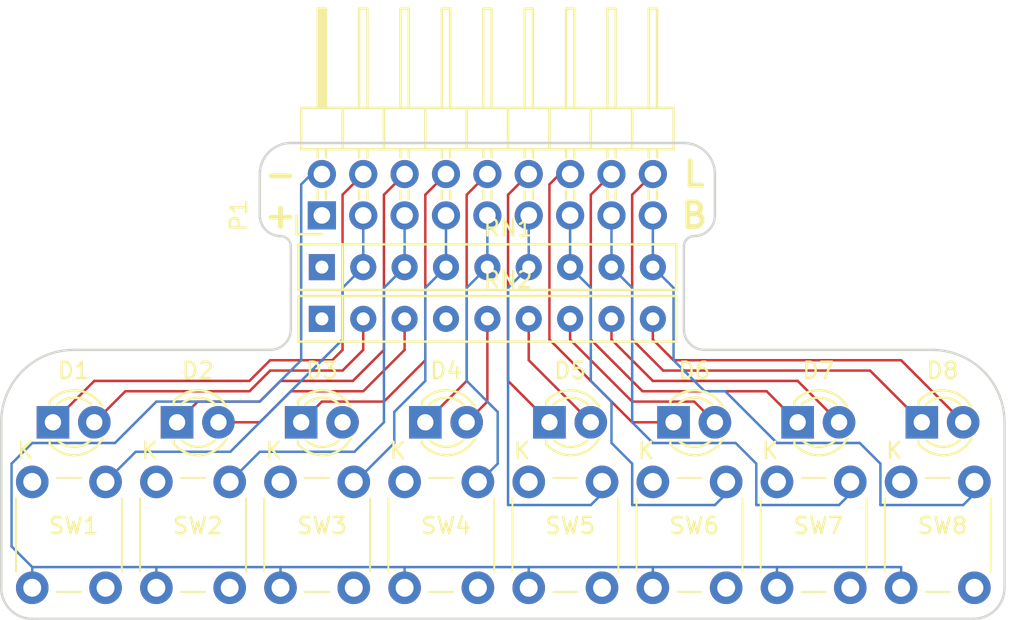
<source format=kicad_pcb>
(kicad_pcb (version 4) (host pcbnew 4.0.5+dfsg1-4)

  (general
    (links 58)
    (no_connects 19)
    (area 174.549999 92.032599 237.5974 130.250001)
    (thickness 1.6)
    (drawings 26)
    (tracks 180)
    (zones 0)
    (modules 19)
    (nets 27)
  )

  (page A4)
  (layers
    (0 F.Cu signal)
    (31 B.Cu signal)
    (32 B.Adhes user)
    (33 F.Adhes user)
    (34 B.Paste user)
    (35 F.Paste user)
    (36 B.SilkS user)
    (37 F.SilkS user)
    (38 B.Mask user)
    (39 F.Mask user)
    (40 Dwgs.User user)
    (41 Cmts.User user)
    (42 Eco1.User user)
    (43 Eco2.User user)
    (44 Edge.Cuts user)
    (45 Margin user)
    (46 B.CrtYd user)
    (47 F.CrtYd user)
    (48 B.Fab user)
    (49 F.Fab user)
  )

  (setup
    (last_trace_width 0.1524)
    (trace_clearance 0.1524)
    (zone_clearance 0.508)
    (zone_45_only no)
    (trace_min 0.1524)
    (segment_width 0.2)
    (edge_width 0.15)
    (via_size 0.6858)
    (via_drill 0.3302)
    (via_min_size 0.6858)
    (via_min_drill 0.3302)
    (uvia_size 0.762)
    (uvia_drill 0.508)
    (uvias_allowed no)
    (uvia_min_size 0)
    (uvia_min_drill 0)
    (pcb_text_width 0.3)
    (pcb_text_size 1.5 1.5)
    (mod_edge_width 0.15)
    (mod_text_size 1 1)
    (mod_text_width 0.15)
    (pad_size 1.524 1.524)
    (pad_drill 0.762)
    (pad_to_mask_clearance 0.2)
    (aux_axis_origin 0 0)
    (visible_elements FFFFFF7F)
    (pcbplotparams
      (layerselection 0x00030_80000001)
      (usegerberextensions false)
      (excludeedgelayer true)
      (linewidth 0.100000)
      (plotframeref false)
      (viasonmask false)
      (mode 1)
      (useauxorigin false)
      (hpglpennumber 1)
      (hpglpenspeed 20)
      (hpglpendiameter 15)
      (hpglpenoverlay 2)
      (psnegative false)
      (psa4output false)
      (plotreference true)
      (plotvalue true)
      (plotinvisibletext false)
      (padsonsilk false)
      (subtractmaskfromsilk false)
      (outputformat 1)
      (mirror false)
      (drillshape 1)
      (scaleselection 1)
      (outputdirectory ""))
  )

  (net 0 "")
  (net 1 "Net-(D1-Pad1)")
  (net 2 VCC)
  (net 3 "Net-(D2-Pad1)")
  (net 4 "Net-(D3-Pad1)")
  (net 5 "Net-(D4-Pad1)")
  (net 6 "Net-(D5-Pad1)")
  (net 7 "Net-(D6-Pad1)")
  (net 8 "Net-(D7-Pad1)")
  (net 9 "Net-(D8-Pad1)")
  (net 10 "Net-(P1-Pad7)")
  (net 11 GND)
  (net 12 "Net-(P1-Pad3)")
  (net 13 "Net-(P1-Pad5)")
  (net 14 "Net-(P1-Pad9)")
  (net 15 "Net-(P1-Pad11)")
  (net 16 "Net-(P1-Pad13)")
  (net 17 "Net-(P1-Pad15)")
  (net 18 "Net-(P1-Pad17)")
  (net 19 "Net-(D1-Pad2)")
  (net 20 "Net-(D2-Pad2)")
  (net 21 "Net-(D3-Pad2)")
  (net 22 "Net-(D4-Pad2)")
  (net 23 "Net-(D5-Pad2)")
  (net 24 "Net-(D6-Pad2)")
  (net 25 "Net-(D7-Pad2)")
  (net 26 "Net-(D8-Pad2)")

  (net_class Default "Esta é a classe de net default."
    (clearance 0.1524)
    (trace_width 0.1524)
    (via_dia 0.6858)
    (via_drill 0.3302)
    (uvia_dia 0.762)
    (uvia_drill 0.508)
    (add_net GND)
    (add_net "Net-(D1-Pad1)")
    (add_net "Net-(D1-Pad2)")
    (add_net "Net-(D2-Pad1)")
    (add_net "Net-(D2-Pad2)")
    (add_net "Net-(D3-Pad1)")
    (add_net "Net-(D3-Pad2)")
    (add_net "Net-(D4-Pad1)")
    (add_net "Net-(D4-Pad2)")
    (add_net "Net-(D5-Pad1)")
    (add_net "Net-(D5-Pad2)")
    (add_net "Net-(D6-Pad1)")
    (add_net "Net-(D6-Pad2)")
    (add_net "Net-(D7-Pad1)")
    (add_net "Net-(D7-Pad2)")
    (add_net "Net-(D8-Pad1)")
    (add_net "Net-(D8-Pad2)")
    (add_net "Net-(P1-Pad11)")
    (add_net "Net-(P1-Pad13)")
    (add_net "Net-(P1-Pad15)")
    (add_net "Net-(P1-Pad17)")
    (add_net "Net-(P1-Pad3)")
    (add_net "Net-(P1-Pad5)")
    (add_net "Net-(P1-Pad7)")
    (add_net "Net-(P1-Pad9)")
    (add_net VCC)
  )

  (module LEDs:LED-3MM (layer F.Cu) (tedit 5984B110) (tstamp 59848893)
    (at 231.14 118.11)
    (descr "LED 3mm round vertical")
    (tags "LED  3mm round vertical")
    (path /59849EFA)
    (fp_text reference D8 (at 1.27 -3.175) (layer F.SilkS)
      (effects (font (size 1 1) (thickness 0.15)))
    )
    (fp_text value LED (at 1.3 -2.9) (layer F.Fab)
      (effects (font (size 1 1) (thickness 0.15)))
    )
    (fp_line (start -1.2 2.3) (end 3.8 2.3) (layer F.CrtYd) (width 0.05))
    (fp_line (start 3.8 2.3) (end 3.8 -2.2) (layer F.CrtYd) (width 0.05))
    (fp_line (start 3.8 -2.2) (end -1.2 -2.2) (layer F.CrtYd) (width 0.05))
    (fp_line (start -1.2 -2.2) (end -1.2 2.3) (layer F.CrtYd) (width 0.05))
    (fp_line (start -0.199 1.314) (end -0.199 1.114) (layer F.SilkS) (width 0.15))
    (fp_line (start -0.199 -1.28) (end -0.199 -1.1) (layer F.SilkS) (width 0.15))
    (fp_arc (start 1.301 0.034) (end -0.199 -1.286) (angle 108.5) (layer F.SilkS) (width 0.15))
    (fp_arc (start 1.301 0.034) (end 0.25 -1.1) (angle 85.7) (layer F.SilkS) (width 0.15))
    (fp_arc (start 1.311 0.034) (end 3.051 0.994) (angle 110) (layer F.SilkS) (width 0.15))
    (fp_arc (start 1.301 0.034) (end 2.335 1.094) (angle 87.5) (layer F.SilkS) (width 0.15))
    (fp_text user K (at -1.69 1.74) (layer F.SilkS)
      (effects (font (size 1 1) (thickness 0.15)))
    )
    (pad 1 thru_hole rect (at 0 0 90) (size 2 2) (drill 1.00076) (layers *.Cu *.Mask)
      (net 9 "Net-(D8-Pad1)"))
    (pad 2 thru_hole circle (at 2.54 0) (size 2 2) (drill 1.00076) (layers *.Cu *.Mask)
      (net 26 "Net-(D8-Pad2)"))
    (model LEDs.3dshapes/LED-3MM.wrl
      (at (xyz 0.05 0 0))
      (scale (xyz 1 1 1))
      (rotate (xyz 0 0 90))
    )
  )

  (module Resistors_THT:Resistor_Array_SIP9 (layer F.Cu) (tedit 57FA3974) (tstamp 59849A22)
    (at 194.31 108.585)
    (descr "9-pin Resistor SIP pack")
    (tags R)
    (path /5984BB3E)
    (fp_text reference RN1 (at 11.43 -2.4) (layer F.SilkS)
      (effects (font (size 1 1) (thickness 0.15)))
    )
    (fp_text value R_Network08 (at 11.43 2.4) (layer F.Fab)
      (effects (font (size 1 1) (thickness 0.15)))
    )
    (fp_line (start -1.29 -1.25) (end -1.29 1.25) (layer F.Fab) (width 0.1))
    (fp_line (start -1.29 1.25) (end 21.61 1.25) (layer F.Fab) (width 0.1))
    (fp_line (start 21.61 1.25) (end 21.61 -1.25) (layer F.Fab) (width 0.1))
    (fp_line (start 21.61 -1.25) (end -1.29 -1.25) (layer F.Fab) (width 0.1))
    (fp_line (start 1.27 -1.25) (end 1.27 1.25) (layer F.Fab) (width 0.1))
    (fp_line (start -1.44 -1.4) (end -1.44 1.4) (layer F.SilkS) (width 0.15))
    (fp_line (start -1.44 1.4) (end 21.76 1.4) (layer F.SilkS) (width 0.15))
    (fp_line (start 21.76 1.4) (end 21.76 -1.4) (layer F.SilkS) (width 0.15))
    (fp_line (start 21.76 -1.4) (end -1.44 -1.4) (layer F.SilkS) (width 0.15))
    (fp_line (start 1.27 -1.4) (end 1.27 1.4) (layer F.SilkS) (width 0.15))
    (fp_line (start -1.7 -1.65) (end -1.7 1.65) (layer F.CrtYd) (width 0.05))
    (fp_line (start -1.7 1.65) (end 22.05 1.65) (layer F.CrtYd) (width 0.05))
    (fp_line (start 22.05 1.65) (end 22.05 -1.65) (layer F.CrtYd) (width 0.05))
    (fp_line (start 22.05 -1.65) (end -1.7 -1.65) (layer F.CrtYd) (width 0.05))
    (pad 1 thru_hole rect (at 0 0) (size 1.6 1.6) (drill 0.8) (layers *.Cu *.Mask)
      (net 2 VCC))
    (pad 2 thru_hole oval (at 2.54 0) (size 1.6 1.6) (drill 0.8) (layers *.Cu *.Mask)
      (net 12 "Net-(P1-Pad3)"))
    (pad 3 thru_hole oval (at 5.08 0) (size 1.6 1.6) (drill 0.8) (layers *.Cu *.Mask)
      (net 13 "Net-(P1-Pad5)"))
    (pad 4 thru_hole oval (at 7.62 0) (size 1.6 1.6) (drill 0.8) (layers *.Cu *.Mask)
      (net 10 "Net-(P1-Pad7)"))
    (pad 5 thru_hole oval (at 10.16 0) (size 1.6 1.6) (drill 0.8) (layers *.Cu *.Mask)
      (net 14 "Net-(P1-Pad9)"))
    (pad 6 thru_hole oval (at 12.7 0) (size 1.6 1.6) (drill 0.8) (layers *.Cu *.Mask)
      (net 15 "Net-(P1-Pad11)"))
    (pad 7 thru_hole oval (at 15.24 0) (size 1.6 1.6) (drill 0.8) (layers *.Cu *.Mask)
      (net 16 "Net-(P1-Pad13)"))
    (pad 8 thru_hole oval (at 17.78 0) (size 1.6 1.6) (drill 0.8) (layers *.Cu *.Mask)
      (net 17 "Net-(P1-Pad15)"))
    (pad 9 thru_hole oval (at 20.32 0) (size 1.6 1.6) (drill 0.8) (layers *.Cu *.Mask)
      (net 18 "Net-(P1-Pad17)"))
    (model Resistors_ThroughHole.3dshapes/Resistor_Array_SIP9.wrl
      (at (xyz 0 0 0))
      (scale (xyz 0.393701 0.393701 0.393701))
      (rotate (xyz 0 0 0))
    )
  )

  (module Pin_Headers:Pin_Header_Angled_2x09 (layer F.Cu) (tedit 5984B1BC) (tstamp 59848D26)
    (at 194.31 105.41 90)
    (descr "Through hole pin header")
    (tags "pin header")
    (path /59847F9A)
    (fp_text reference P1 (at 0 -5.1 90) (layer F.SilkS)
      (effects (font (size 1 1) (thickness 0.15)))
    )
    (fp_text value CONN_02X09 (at 2.54 27.94 270) (layer F.Fab)
      (effects (font (size 1 1) (thickness 0.15)))
    )
    (fp_line (start -1.35 -1.75) (end -1.35 22.1) (layer F.CrtYd) (width 0.05))
    (fp_line (start 13.2 -1.75) (end 13.2 22.1) (layer F.CrtYd) (width 0.05))
    (fp_line (start -1.35 -1.75) (end 13.2 -1.75) (layer F.CrtYd) (width 0.05))
    (fp_line (start -1.35 22.1) (end 13.2 22.1) (layer F.CrtYd) (width 0.05))
    (fp_line (start 1.524 -0.254) (end 1.016 -0.254) (layer F.SilkS) (width 0.15))
    (fp_line (start 1.524 0.254) (end 1.016 0.254) (layer F.SilkS) (width 0.15))
    (fp_line (start 1.524 17.526) (end 1.016 17.526) (layer F.SilkS) (width 0.15))
    (fp_line (start 1.524 18.034) (end 1.016 18.034) (layer F.SilkS) (width 0.15))
    (fp_line (start 1.524 20.066) (end 1.016 20.066) (layer F.SilkS) (width 0.15))
    (fp_line (start 1.524 20.574) (end 1.016 20.574) (layer F.SilkS) (width 0.15))
    (fp_line (start 1.524 15.494) (end 1.016 15.494) (layer F.SilkS) (width 0.15))
    (fp_line (start 1.524 14.986) (end 1.016 14.986) (layer F.SilkS) (width 0.15))
    (fp_line (start 1.524 12.954) (end 1.016 12.954) (layer F.SilkS) (width 0.15))
    (fp_line (start 1.524 12.446) (end 1.016 12.446) (layer F.SilkS) (width 0.15))
    (fp_line (start 1.524 2.286) (end 1.016 2.286) (layer F.SilkS) (width 0.15))
    (fp_line (start 1.524 2.794) (end 1.016 2.794) (layer F.SilkS) (width 0.15))
    (fp_line (start 1.524 4.826) (end 1.016 4.826) (layer F.SilkS) (width 0.15))
    (fp_line (start 1.524 5.334) (end 1.016 5.334) (layer F.SilkS) (width 0.15))
    (fp_line (start 1.524 10.414) (end 1.016 10.414) (layer F.SilkS) (width 0.15))
    (fp_line (start 1.524 9.906) (end 1.016 9.906) (layer F.SilkS) (width 0.15))
    (fp_line (start 1.524 7.874) (end 1.016 7.874) (layer F.SilkS) (width 0.15))
    (fp_line (start 1.524 7.366) (end 1.016 7.366) (layer F.SilkS) (width 0.15))
    (fp_line (start 4.064 20.574) (end 3.556 20.574) (layer F.SilkS) (width 0.15))
    (fp_line (start 4.064 20.066) (end 3.556 20.066) (layer F.SilkS) (width 0.15))
    (fp_line (start 4.064 14.986) (end 3.556 14.986) (layer F.SilkS) (width 0.15))
    (fp_line (start 4.064 15.494) (end 3.556 15.494) (layer F.SilkS) (width 0.15))
    (fp_line (start 4.064 17.526) (end 3.556 17.526) (layer F.SilkS) (width 0.15))
    (fp_line (start 4.064 18.034) (end 3.556 18.034) (layer F.SilkS) (width 0.15))
    (fp_line (start 4.064 12.954) (end 3.556 12.954) (layer F.SilkS) (width 0.15))
    (fp_line (start 4.064 12.446) (end 3.556 12.446) (layer F.SilkS) (width 0.15))
    (fp_line (start 4.064 10.414) (end 3.556 10.414) (layer F.SilkS) (width 0.15))
    (fp_line (start 4.064 9.906) (end 3.556 9.906) (layer F.SilkS) (width 0.15))
    (fp_line (start 4.064 -0.254) (end 3.556 -0.254) (layer F.SilkS) (width 0.15))
    (fp_line (start 4.064 0.254) (end 3.556 0.254) (layer F.SilkS) (width 0.15))
    (fp_line (start 4.064 2.286) (end 3.556 2.286) (layer F.SilkS) (width 0.15))
    (fp_line (start 4.064 2.794) (end 3.556 2.794) (layer F.SilkS) (width 0.15))
    (fp_line (start 4.064 7.874) (end 3.556 7.874) (layer F.SilkS) (width 0.15))
    (fp_line (start 4.064 7.366) (end 3.556 7.366) (layer F.SilkS) (width 0.15))
    (fp_line (start 4.064 5.334) (end 3.556 5.334) (layer F.SilkS) (width 0.15))
    (fp_line (start 4.064 4.826) (end 3.556 4.826) (layer F.SilkS) (width 0.15))
    (fp_line (start 0 -1.55) (end -1.15 -1.55) (layer F.SilkS) (width 0.15))
    (fp_line (start -1.15 -1.55) (end -1.15 0) (layer F.SilkS) (width 0.15))
    (fp_line (start 6.604 -0.127) (end 12.573 -0.127) (layer F.SilkS) (width 0.15))
    (fp_line (start 12.573 -0.127) (end 12.573 0.127) (layer F.SilkS) (width 0.15))
    (fp_line (start 12.573 0.127) (end 6.731 0.127) (layer F.SilkS) (width 0.15))
    (fp_line (start 6.731 0.127) (end 6.731 0) (layer F.SilkS) (width 0.15))
    (fp_line (start 6.731 0) (end 12.573 0) (layer F.SilkS) (width 0.15))
    (fp_line (start 4.064 19.05) (end 6.604 19.05) (layer F.SilkS) (width 0.15))
    (fp_line (start 4.064 19.05) (end 4.064 21.59) (layer F.SilkS) (width 0.15))
    (fp_line (start 6.604 20.066) (end 12.7 20.066) (layer F.SilkS) (width 0.15))
    (fp_line (start 12.7 20.066) (end 12.7 20.574) (layer F.SilkS) (width 0.15))
    (fp_line (start 12.7 20.574) (end 6.604 20.574) (layer F.SilkS) (width 0.15))
    (fp_line (start 6.604 21.59) (end 6.604 19.05) (layer F.SilkS) (width 0.15))
    (fp_line (start 4.064 21.59) (end 6.604 21.59) (layer F.SilkS) (width 0.15))
    (fp_line (start 4.064 8.89) (end 6.604 8.89) (layer F.SilkS) (width 0.15))
    (fp_line (start 4.064 8.89) (end 4.064 11.43) (layer F.SilkS) (width 0.15))
    (fp_line (start 4.064 11.43) (end 6.604 11.43) (layer F.SilkS) (width 0.15))
    (fp_line (start 6.604 9.906) (end 12.7 9.906) (layer F.SilkS) (width 0.15))
    (fp_line (start 12.7 9.906) (end 12.7 10.414) (layer F.SilkS) (width 0.15))
    (fp_line (start 12.7 10.414) (end 6.604 10.414) (layer F.SilkS) (width 0.15))
    (fp_line (start 6.604 11.43) (end 6.604 8.89) (layer F.SilkS) (width 0.15))
    (fp_line (start 6.604 13.97) (end 6.604 11.43) (layer F.SilkS) (width 0.15))
    (fp_line (start 12.7 12.954) (end 6.604 12.954) (layer F.SilkS) (width 0.15))
    (fp_line (start 12.7 12.446) (end 12.7 12.954) (layer F.SilkS) (width 0.15))
    (fp_line (start 6.604 12.446) (end 12.7 12.446) (layer F.SilkS) (width 0.15))
    (fp_line (start 4.064 13.97) (end 6.604 13.97) (layer F.SilkS) (width 0.15))
    (fp_line (start 4.064 11.43) (end 4.064 13.97) (layer F.SilkS) (width 0.15))
    (fp_line (start 4.064 11.43) (end 6.604 11.43) (layer F.SilkS) (width 0.15))
    (fp_line (start 4.064 16.51) (end 6.604 16.51) (layer F.SilkS) (width 0.15))
    (fp_line (start 4.064 16.51) (end 4.064 19.05) (layer F.SilkS) (width 0.15))
    (fp_line (start 4.064 19.05) (end 6.604 19.05) (layer F.SilkS) (width 0.15))
    (fp_line (start 6.604 17.526) (end 12.7 17.526) (layer F.SilkS) (width 0.15))
    (fp_line (start 12.7 17.526) (end 12.7 18.034) (layer F.SilkS) (width 0.15))
    (fp_line (start 12.7 18.034) (end 6.604 18.034) (layer F.SilkS) (width 0.15))
    (fp_line (start 6.604 19.05) (end 6.604 16.51) (layer F.SilkS) (width 0.15))
    (fp_line (start 6.604 16.51) (end 6.604 13.97) (layer F.SilkS) (width 0.15))
    (fp_line (start 12.7 15.494) (end 6.604 15.494) (layer F.SilkS) (width 0.15))
    (fp_line (start 12.7 14.986) (end 12.7 15.494) (layer F.SilkS) (width 0.15))
    (fp_line (start 6.604 14.986) (end 12.7 14.986) (layer F.SilkS) (width 0.15))
    (fp_line (start 4.064 16.51) (end 6.604 16.51) (layer F.SilkS) (width 0.15))
    (fp_line (start 4.064 13.97) (end 4.064 16.51) (layer F.SilkS) (width 0.15))
    (fp_line (start 4.064 13.97) (end 6.604 13.97) (layer F.SilkS) (width 0.15))
    (fp_line (start 4.064 3.81) (end 6.604 3.81) (layer F.SilkS) (width 0.15))
    (fp_line (start 4.064 3.81) (end 4.064 6.35) (layer F.SilkS) (width 0.15))
    (fp_line (start 4.064 6.35) (end 6.604 6.35) (layer F.SilkS) (width 0.15))
    (fp_line (start 6.604 4.826) (end 12.7 4.826) (layer F.SilkS) (width 0.15))
    (fp_line (start 12.7 4.826) (end 12.7 5.334) (layer F.SilkS) (width 0.15))
    (fp_line (start 12.7 5.334) (end 6.604 5.334) (layer F.SilkS) (width 0.15))
    (fp_line (start 6.604 6.35) (end 6.604 3.81) (layer F.SilkS) (width 0.15))
    (fp_line (start 6.604 8.89) (end 6.604 6.35) (layer F.SilkS) (width 0.15))
    (fp_line (start 12.7 7.874) (end 6.604 7.874) (layer F.SilkS) (width 0.15))
    (fp_line (start 12.7 7.366) (end 12.7 7.874) (layer F.SilkS) (width 0.15))
    (fp_line (start 6.604 7.366) (end 12.7 7.366) (layer F.SilkS) (width 0.15))
    (fp_line (start 4.064 8.89) (end 6.604 8.89) (layer F.SilkS) (width 0.15))
    (fp_line (start 4.064 6.35) (end 4.064 8.89) (layer F.SilkS) (width 0.15))
    (fp_line (start 4.064 6.35) (end 6.604 6.35) (layer F.SilkS) (width 0.15))
    (fp_line (start 4.064 1.27) (end 6.604 1.27) (layer F.SilkS) (width 0.15))
    (fp_line (start 4.064 1.27) (end 4.064 3.81) (layer F.SilkS) (width 0.15))
    (fp_line (start 4.064 3.81) (end 6.604 3.81) (layer F.SilkS) (width 0.15))
    (fp_line (start 6.604 2.286) (end 12.7 2.286) (layer F.SilkS) (width 0.15))
    (fp_line (start 12.7 2.286) (end 12.7 2.794) (layer F.SilkS) (width 0.15))
    (fp_line (start 12.7 2.794) (end 6.604 2.794) (layer F.SilkS) (width 0.15))
    (fp_line (start 6.604 3.81) (end 6.604 1.27) (layer F.SilkS) (width 0.15))
    (fp_line (start 6.604 1.27) (end 6.604 -1.27) (layer F.SilkS) (width 0.15))
    (fp_line (start 12.7 0.254) (end 6.604 0.254) (layer F.SilkS) (width 0.15))
    (fp_line (start 12.7 -0.254) (end 12.7 0.254) (layer F.SilkS) (width 0.15))
    (fp_line (start 6.604 -0.254) (end 12.7 -0.254) (layer F.SilkS) (width 0.15))
    (fp_line (start 4.064 1.27) (end 6.604 1.27) (layer F.SilkS) (width 0.15))
    (fp_line (start 4.064 -1.27) (end 4.064 1.27) (layer F.SilkS) (width 0.15))
    (fp_line (start 4.064 -1.27) (end 6.604 -1.27) (layer F.SilkS) (width 0.15))
    (pad 1 thru_hole rect (at 0 0 90) (size 1.7272 1.7272) (drill 1.016) (layers *.Cu *.Mask)
      (net 2 VCC))
    (pad 2 thru_hole oval (at 2.54 0 90) (size 1.7272 1.7272) (drill 1.016) (layers *.Cu *.Mask)
      (net 11 GND))
    (pad 3 thru_hole oval (at 0 2.54 90) (size 1.7272 1.7272) (drill 1.016) (layers *.Cu *.Mask)
      (net 12 "Net-(P1-Pad3)"))
    (pad 4 thru_hole oval (at 2.54 2.54 90) (size 1.7272 1.7272) (drill 1.016) (layers *.Cu *.Mask)
      (net 1 "Net-(D1-Pad1)"))
    (pad 5 thru_hole oval (at 0 5.08 90) (size 1.7272 1.7272) (drill 1.016) (layers *.Cu *.Mask)
      (net 13 "Net-(P1-Pad5)"))
    (pad 6 thru_hole oval (at 2.54 5.08 90) (size 1.7272 1.7272) (drill 1.016) (layers *.Cu *.Mask)
      (net 3 "Net-(D2-Pad1)"))
    (pad 7 thru_hole oval (at 0 7.62 90) (size 1.7272 1.7272) (drill 1.016) (layers *.Cu *.Mask)
      (net 10 "Net-(P1-Pad7)"))
    (pad 8 thru_hole oval (at 2.54 7.62 90) (size 1.7272 1.7272) (drill 1.016) (layers *.Cu *.Mask)
      (net 4 "Net-(D3-Pad1)"))
    (pad 9 thru_hole oval (at 0 10.16 90) (size 1.7272 1.7272) (drill 1.016) (layers *.Cu *.Mask)
      (net 14 "Net-(P1-Pad9)"))
    (pad 10 thru_hole oval (at 2.54 10.16 90) (size 1.7272 1.7272) (drill 1.016) (layers *.Cu *.Mask)
      (net 5 "Net-(D4-Pad1)"))
    (pad 11 thru_hole oval (at 0 12.7 90) (size 1.7272 1.7272) (drill 1.016) (layers *.Cu *.Mask)
      (net 15 "Net-(P1-Pad11)"))
    (pad 12 thru_hole oval (at 2.54 12.7 90) (size 1.7272 1.7272) (drill 1.016) (layers *.Cu *.Mask)
      (net 6 "Net-(D5-Pad1)"))
    (pad 13 thru_hole oval (at 0 15.24 90) (size 1.7272 1.7272) (drill 1.016) (layers *.Cu *.Mask)
      (net 16 "Net-(P1-Pad13)"))
    (pad 14 thru_hole oval (at 2.54 15.24 90) (size 1.7272 1.7272) (drill 1.016) (layers *.Cu *.Mask)
      (net 7 "Net-(D6-Pad1)"))
    (pad 15 thru_hole oval (at 0 17.78 90) (size 1.7272 1.7272) (drill 1.016) (layers *.Cu *.Mask)
      (net 17 "Net-(P1-Pad15)"))
    (pad 16 thru_hole oval (at 2.54 17.78 90) (size 1.7272 1.7272) (drill 1.016) (layers *.Cu *.Mask)
      (net 8 "Net-(D7-Pad1)"))
    (pad 17 thru_hole oval (at 0 20.32 90) (size 1.7272 1.7272) (drill 1.016) (layers *.Cu *.Mask)
      (net 18 "Net-(P1-Pad17)"))
    (pad 18 thru_hole oval (at 2.54 20.32 90) (size 1.7272 1.7272) (drill 1.016) (layers *.Cu *.Mask)
      (net 9 "Net-(D8-Pad1)"))
    (model Pin_Headers.3dshapes/Pin_Header_Angled_2x09.wrl
      (at (xyz 0.05 -0.4 0))
      (scale (xyz 1 1 1))
      (rotate (xyz 0 0 90))
    )
  )

  (module LEDs:LED-3MM (layer F.Cu) (tedit 5984B0EE) (tstamp 59848869)
    (at 177.8 118.11)
    (descr "LED 3mm round vertical")
    (tags "LED  3mm round vertical")
    (path /59849AE7)
    (fp_text reference D1 (at 1.27 -3.175) (layer F.SilkS)
      (effects (font (size 1 1) (thickness 0.15)))
    )
    (fp_text value LED (at 1.3 -2.9) (layer F.Fab)
      (effects (font (size 1 1) (thickness 0.15)))
    )
    (fp_line (start -1.2 2.3) (end 3.8 2.3) (layer F.CrtYd) (width 0.05))
    (fp_line (start 3.8 2.3) (end 3.8 -2.2) (layer F.CrtYd) (width 0.05))
    (fp_line (start 3.8 -2.2) (end -1.2 -2.2) (layer F.CrtYd) (width 0.05))
    (fp_line (start -1.2 -2.2) (end -1.2 2.3) (layer F.CrtYd) (width 0.05))
    (fp_line (start -0.199 1.314) (end -0.199 1.114) (layer F.SilkS) (width 0.15))
    (fp_line (start -0.199 -1.28) (end -0.199 -1.1) (layer F.SilkS) (width 0.15))
    (fp_arc (start 1.301 0.034) (end -0.199 -1.286) (angle 108.5) (layer F.SilkS) (width 0.15))
    (fp_arc (start 1.301 0.034) (end 0.25 -1.1) (angle 85.7) (layer F.SilkS) (width 0.15))
    (fp_arc (start 1.311 0.034) (end 3.051 0.994) (angle 110) (layer F.SilkS) (width 0.15))
    (fp_arc (start 1.301 0.034) (end 2.335 1.094) (angle 87.5) (layer F.SilkS) (width 0.15))
    (fp_text user K (at -1.69 1.74) (layer F.SilkS)
      (effects (font (size 1 1) (thickness 0.15)))
    )
    (pad 1 thru_hole rect (at 0 0 90) (size 2 2) (drill 1.00076) (layers *.Cu *.Mask)
      (net 1 "Net-(D1-Pad1)"))
    (pad 2 thru_hole circle (at 2.54 0) (size 2 2) (drill 1.00076) (layers *.Cu *.Mask)
      (net 19 "Net-(D1-Pad2)"))
    (model LEDs.3dshapes/LED-3MM.wrl
      (at (xyz 0.05 0 0))
      (scale (xyz 1 1 1))
      (rotate (xyz 0 0 90))
    )
  )

  (module LEDs:LED-3MM (layer F.Cu) (tedit 5984B0F3) (tstamp 5984886F)
    (at 185.42 118.11)
    (descr "LED 3mm round vertical")
    (tags "LED  3mm round vertical")
    (path /59849CE6)
    (fp_text reference D2 (at 1.27 -3.175) (layer F.SilkS)
      (effects (font (size 1 1) (thickness 0.15)))
    )
    (fp_text value LED (at 1.3 -2.9) (layer F.Fab)
      (effects (font (size 1 1) (thickness 0.15)))
    )
    (fp_line (start -1.2 2.3) (end 3.8 2.3) (layer F.CrtYd) (width 0.05))
    (fp_line (start 3.8 2.3) (end 3.8 -2.2) (layer F.CrtYd) (width 0.05))
    (fp_line (start 3.8 -2.2) (end -1.2 -2.2) (layer F.CrtYd) (width 0.05))
    (fp_line (start -1.2 -2.2) (end -1.2 2.3) (layer F.CrtYd) (width 0.05))
    (fp_line (start -0.199 1.314) (end -0.199 1.114) (layer F.SilkS) (width 0.15))
    (fp_line (start -0.199 -1.28) (end -0.199 -1.1) (layer F.SilkS) (width 0.15))
    (fp_arc (start 1.301 0.034) (end -0.199 -1.286) (angle 108.5) (layer F.SilkS) (width 0.15))
    (fp_arc (start 1.301 0.034) (end 0.25 -1.1) (angle 85.7) (layer F.SilkS) (width 0.15))
    (fp_arc (start 1.311 0.034) (end 3.051 0.994) (angle 110) (layer F.SilkS) (width 0.15))
    (fp_arc (start 1.301 0.034) (end 2.335 1.094) (angle 87.5) (layer F.SilkS) (width 0.15))
    (fp_text user K (at -1.69 1.74) (layer F.SilkS)
      (effects (font (size 1 1) (thickness 0.15)))
    )
    (pad 1 thru_hole rect (at 0 0 90) (size 2 2) (drill 1.00076) (layers *.Cu *.Mask)
      (net 3 "Net-(D2-Pad1)"))
    (pad 2 thru_hole circle (at 2.54 0) (size 2 2) (drill 1.00076) (layers *.Cu *.Mask)
      (net 20 "Net-(D2-Pad2)"))
    (model LEDs.3dshapes/LED-3MM.wrl
      (at (xyz 0.05 0 0))
      (scale (xyz 1 1 1))
      (rotate (xyz 0 0 90))
    )
  )

  (module LEDs:LED-3MM (layer F.Cu) (tedit 5984B0FB) (tstamp 59848875)
    (at 193.04 118.11)
    (descr "LED 3mm round vertical")
    (tags "LED  3mm round vertical")
    (path /59849D5C)
    (fp_text reference D3 (at 1.27 -3.175) (layer F.SilkS)
      (effects (font (size 1 1) (thickness 0.15)))
    )
    (fp_text value LED (at 1.3 -2.9) (layer F.Fab)
      (effects (font (size 1 1) (thickness 0.15)))
    )
    (fp_line (start -1.2 2.3) (end 3.8 2.3) (layer F.CrtYd) (width 0.05))
    (fp_line (start 3.8 2.3) (end 3.8 -2.2) (layer F.CrtYd) (width 0.05))
    (fp_line (start 3.8 -2.2) (end -1.2 -2.2) (layer F.CrtYd) (width 0.05))
    (fp_line (start -1.2 -2.2) (end -1.2 2.3) (layer F.CrtYd) (width 0.05))
    (fp_line (start -0.199 1.314) (end -0.199 1.114) (layer F.SilkS) (width 0.15))
    (fp_line (start -0.199 -1.28) (end -0.199 -1.1) (layer F.SilkS) (width 0.15))
    (fp_arc (start 1.301 0.034) (end -0.199 -1.286) (angle 108.5) (layer F.SilkS) (width 0.15))
    (fp_arc (start 1.301 0.034) (end 0.25 -1.1) (angle 85.7) (layer F.SilkS) (width 0.15))
    (fp_arc (start 1.311 0.034) (end 3.051 0.994) (angle 110) (layer F.SilkS) (width 0.15))
    (fp_arc (start 1.301 0.034) (end 2.335 1.094) (angle 87.5) (layer F.SilkS) (width 0.15))
    (fp_text user K (at -1.69 1.74) (layer F.SilkS)
      (effects (font (size 1 1) (thickness 0.15)))
    )
    (pad 1 thru_hole rect (at 0 0 90) (size 2 2) (drill 1.00076) (layers *.Cu *.Mask)
      (net 4 "Net-(D3-Pad1)"))
    (pad 2 thru_hole circle (at 2.54 0) (size 2 2) (drill 1.00076) (layers *.Cu *.Mask)
      (net 21 "Net-(D3-Pad2)"))
    (model LEDs.3dshapes/LED-3MM.wrl
      (at (xyz 0.05 0 0))
      (scale (xyz 1 1 1))
      (rotate (xyz 0 0 90))
    )
  )

  (module LEDs:LED-3MM (layer F.Cu) (tedit 5984B0FF) (tstamp 5984887B)
    (at 200.66 118.11)
    (descr "LED 3mm round vertical")
    (tags "LED  3mm round vertical")
    (path /59849D6E)
    (fp_text reference D4 (at 1.27 -3.175) (layer F.SilkS)
      (effects (font (size 1 1) (thickness 0.15)))
    )
    (fp_text value LED (at 1.3 -2.9) (layer F.Fab)
      (effects (font (size 1 1) (thickness 0.15)))
    )
    (fp_line (start -1.2 2.3) (end 3.8 2.3) (layer F.CrtYd) (width 0.05))
    (fp_line (start 3.8 2.3) (end 3.8 -2.2) (layer F.CrtYd) (width 0.05))
    (fp_line (start 3.8 -2.2) (end -1.2 -2.2) (layer F.CrtYd) (width 0.05))
    (fp_line (start -1.2 -2.2) (end -1.2 2.3) (layer F.CrtYd) (width 0.05))
    (fp_line (start -0.199 1.314) (end -0.199 1.114) (layer F.SilkS) (width 0.15))
    (fp_line (start -0.199 -1.28) (end -0.199 -1.1) (layer F.SilkS) (width 0.15))
    (fp_arc (start 1.301 0.034) (end -0.199 -1.286) (angle 108.5) (layer F.SilkS) (width 0.15))
    (fp_arc (start 1.301 0.034) (end 0.25 -1.1) (angle 85.7) (layer F.SilkS) (width 0.15))
    (fp_arc (start 1.311 0.034) (end 3.051 0.994) (angle 110) (layer F.SilkS) (width 0.15))
    (fp_arc (start 1.301 0.034) (end 2.335 1.094) (angle 87.5) (layer F.SilkS) (width 0.15))
    (fp_text user K (at -1.69 1.74) (layer F.SilkS)
      (effects (font (size 1 1) (thickness 0.15)))
    )
    (pad 1 thru_hole rect (at 0 0 90) (size 2 2) (drill 1.00076) (layers *.Cu *.Mask)
      (net 5 "Net-(D4-Pad1)"))
    (pad 2 thru_hole circle (at 2.54 0) (size 2 2) (drill 1.00076) (layers *.Cu *.Mask)
      (net 22 "Net-(D4-Pad2)"))
    (model LEDs.3dshapes/LED-3MM.wrl
      (at (xyz 0.05 0 0))
      (scale (xyz 1 1 1))
      (rotate (xyz 0 0 90))
    )
  )

  (module LEDs:LED-3MM (layer F.Cu) (tedit 5984B104) (tstamp 59848881)
    (at 208.28 118.11)
    (descr "LED 3mm round vertical")
    (tags "LED  3mm round vertical")
    (path /59849EC4)
    (fp_text reference D5 (at 1.27 -3.175 180) (layer F.SilkS)
      (effects (font (size 1 1) (thickness 0.15)))
    )
    (fp_text value LED (at 1.3 -2.9) (layer F.Fab)
      (effects (font (size 1 1) (thickness 0.15)))
    )
    (fp_line (start -1.2 2.3) (end 3.8 2.3) (layer F.CrtYd) (width 0.05))
    (fp_line (start 3.8 2.3) (end 3.8 -2.2) (layer F.CrtYd) (width 0.05))
    (fp_line (start 3.8 -2.2) (end -1.2 -2.2) (layer F.CrtYd) (width 0.05))
    (fp_line (start -1.2 -2.2) (end -1.2 2.3) (layer F.CrtYd) (width 0.05))
    (fp_line (start -0.199 1.314) (end -0.199 1.114) (layer F.SilkS) (width 0.15))
    (fp_line (start -0.199 -1.28) (end -0.199 -1.1) (layer F.SilkS) (width 0.15))
    (fp_arc (start 1.301 0.034) (end -0.199 -1.286) (angle 108.5) (layer F.SilkS) (width 0.15))
    (fp_arc (start 1.301 0.034) (end 0.25 -1.1) (angle 85.7) (layer F.SilkS) (width 0.15))
    (fp_arc (start 1.311 0.034) (end 3.051 0.994) (angle 110) (layer F.SilkS) (width 0.15))
    (fp_arc (start 1.301 0.034) (end 2.335 1.094) (angle 87.5) (layer F.SilkS) (width 0.15))
    (fp_text user K (at -1.69 1.74) (layer F.SilkS)
      (effects (font (size 1 1) (thickness 0.15)))
    )
    (pad 1 thru_hole rect (at 0 0 90) (size 2 2) (drill 1.00076) (layers *.Cu *.Mask)
      (net 6 "Net-(D5-Pad1)"))
    (pad 2 thru_hole circle (at 2.54 0) (size 2 2) (drill 1.00076) (layers *.Cu *.Mask)
      (net 23 "Net-(D5-Pad2)"))
    (model LEDs.3dshapes/LED-3MM.wrl
      (at (xyz 0.05 0 0))
      (scale (xyz 1 1 1))
      (rotate (xyz 0 0 90))
    )
  )

  (module LEDs:LED-3MM (layer F.Cu) (tedit 5984B108) (tstamp 59848887)
    (at 215.9 118.11)
    (descr "LED 3mm round vertical")
    (tags "LED  3mm round vertical")
    (path /59849ED6)
    (fp_text reference D6 (at 1.27 -3.175) (layer F.SilkS)
      (effects (font (size 1 1) (thickness 0.15)))
    )
    (fp_text value LED (at 1.3 -2.9) (layer F.Fab)
      (effects (font (size 1 1) (thickness 0.15)))
    )
    (fp_line (start -1.2 2.3) (end 3.8 2.3) (layer F.CrtYd) (width 0.05))
    (fp_line (start 3.8 2.3) (end 3.8 -2.2) (layer F.CrtYd) (width 0.05))
    (fp_line (start 3.8 -2.2) (end -1.2 -2.2) (layer F.CrtYd) (width 0.05))
    (fp_line (start -1.2 -2.2) (end -1.2 2.3) (layer F.CrtYd) (width 0.05))
    (fp_line (start -0.199 1.314) (end -0.199 1.114) (layer F.SilkS) (width 0.15))
    (fp_line (start -0.199 -1.28) (end -0.199 -1.1) (layer F.SilkS) (width 0.15))
    (fp_arc (start 1.301 0.034) (end -0.199 -1.286) (angle 108.5) (layer F.SilkS) (width 0.15))
    (fp_arc (start 1.301 0.034) (end 0.25 -1.1) (angle 85.7) (layer F.SilkS) (width 0.15))
    (fp_arc (start 1.311 0.034) (end 3.051 0.994) (angle 110) (layer F.SilkS) (width 0.15))
    (fp_arc (start 1.301 0.034) (end 2.335 1.094) (angle 87.5) (layer F.SilkS) (width 0.15))
    (fp_text user K (at -1.69 1.74) (layer F.SilkS)
      (effects (font (size 1 1) (thickness 0.15)))
    )
    (pad 1 thru_hole rect (at 0 0 90) (size 2 2) (drill 1.00076) (layers *.Cu *.Mask)
      (net 7 "Net-(D6-Pad1)"))
    (pad 2 thru_hole circle (at 2.54 0) (size 2 2) (drill 1.00076) (layers *.Cu *.Mask)
      (net 24 "Net-(D6-Pad2)"))
    (model LEDs.3dshapes/LED-3MM.wrl
      (at (xyz 0.05 0 0))
      (scale (xyz 1 1 1))
      (rotate (xyz 0 0 90))
    )
  )

  (module LEDs:LED-3MM (layer F.Cu) (tedit 5984B10C) (tstamp 5984888D)
    (at 223.52 118.11)
    (descr "LED 3mm round vertical")
    (tags "LED  3mm round vertical")
    (path /59849EE8)
    (fp_text reference D7 (at 1.27 -3.175) (layer F.SilkS)
      (effects (font (size 1 1) (thickness 0.15)))
    )
    (fp_text value LED (at 1.3 -2.9) (layer F.Fab)
      (effects (font (size 1 1) (thickness 0.15)))
    )
    (fp_line (start -1.2 2.3) (end 3.8 2.3) (layer F.CrtYd) (width 0.05))
    (fp_line (start 3.8 2.3) (end 3.8 -2.2) (layer F.CrtYd) (width 0.05))
    (fp_line (start 3.8 -2.2) (end -1.2 -2.2) (layer F.CrtYd) (width 0.05))
    (fp_line (start -1.2 -2.2) (end -1.2 2.3) (layer F.CrtYd) (width 0.05))
    (fp_line (start -0.199 1.314) (end -0.199 1.114) (layer F.SilkS) (width 0.15))
    (fp_line (start -0.199 -1.28) (end -0.199 -1.1) (layer F.SilkS) (width 0.15))
    (fp_arc (start 1.301 0.034) (end -0.199 -1.286) (angle 108.5) (layer F.SilkS) (width 0.15))
    (fp_arc (start 1.301 0.034) (end 0.25 -1.1) (angle 85.7) (layer F.SilkS) (width 0.15))
    (fp_arc (start 1.311 0.034) (end 3.051 0.994) (angle 110) (layer F.SilkS) (width 0.15))
    (fp_arc (start 1.301 0.034) (end 2.335 1.094) (angle 87.5) (layer F.SilkS) (width 0.15))
    (fp_text user K (at -1.69 1.74) (layer F.SilkS)
      (effects (font (size 1 1) (thickness 0.15)))
    )
    (pad 1 thru_hole rect (at 0 0 90) (size 2 2) (drill 1.00076) (layers *.Cu *.Mask)
      (net 8 "Net-(D7-Pad1)"))
    (pad 2 thru_hole circle (at 2.54 0) (size 2 2) (drill 1.00076) (layers *.Cu *.Mask)
      (net 25 "Net-(D7-Pad2)"))
    (model LEDs.3dshapes/LED-3MM.wrl
      (at (xyz 0.05 0 0))
      (scale (xyz 1 1 1))
      (rotate (xyz 0 0 90))
    )
  )

  (module Resistors_THT:Resistor_Array_SIP9 (layer F.Cu) (tedit 57FA3974) (tstamp 59849A2F)
    (at 194.31 111.76)
    (descr "9-pin Resistor SIP pack")
    (tags R)
    (path /5984C4CD)
    (fp_text reference RN2 (at 11.43 -2.4) (layer F.SilkS)
      (effects (font (size 1 1) (thickness 0.15)))
    )
    (fp_text value R_Network08 (at 11.43 2.4) (layer F.Fab)
      (effects (font (size 1 1) (thickness 0.15)))
    )
    (fp_line (start -1.29 -1.25) (end -1.29 1.25) (layer F.Fab) (width 0.1))
    (fp_line (start -1.29 1.25) (end 21.61 1.25) (layer F.Fab) (width 0.1))
    (fp_line (start 21.61 1.25) (end 21.61 -1.25) (layer F.Fab) (width 0.1))
    (fp_line (start 21.61 -1.25) (end -1.29 -1.25) (layer F.Fab) (width 0.1))
    (fp_line (start 1.27 -1.25) (end 1.27 1.25) (layer F.Fab) (width 0.1))
    (fp_line (start -1.44 -1.4) (end -1.44 1.4) (layer F.SilkS) (width 0.15))
    (fp_line (start -1.44 1.4) (end 21.76 1.4) (layer F.SilkS) (width 0.15))
    (fp_line (start 21.76 1.4) (end 21.76 -1.4) (layer F.SilkS) (width 0.15))
    (fp_line (start 21.76 -1.4) (end -1.44 -1.4) (layer F.SilkS) (width 0.15))
    (fp_line (start 1.27 -1.4) (end 1.27 1.4) (layer F.SilkS) (width 0.15))
    (fp_line (start -1.7 -1.65) (end -1.7 1.65) (layer F.CrtYd) (width 0.05))
    (fp_line (start -1.7 1.65) (end 22.05 1.65) (layer F.CrtYd) (width 0.05))
    (fp_line (start 22.05 1.65) (end 22.05 -1.65) (layer F.CrtYd) (width 0.05))
    (fp_line (start 22.05 -1.65) (end -1.7 -1.65) (layer F.CrtYd) (width 0.05))
    (pad 1 thru_hole rect (at 0 0) (size 1.6 1.6) (drill 0.8) (layers *.Cu *.Mask)
      (net 2 VCC))
    (pad 2 thru_hole oval (at 2.54 0) (size 1.6 1.6) (drill 0.8) (layers *.Cu *.Mask)
      (net 19 "Net-(D1-Pad2)"))
    (pad 3 thru_hole oval (at 5.08 0) (size 1.6 1.6) (drill 0.8) (layers *.Cu *.Mask)
      (net 20 "Net-(D2-Pad2)"))
    (pad 4 thru_hole oval (at 7.62 0) (size 1.6 1.6) (drill 0.8) (layers *.Cu *.Mask)
      (net 21 "Net-(D3-Pad2)"))
    (pad 5 thru_hole oval (at 10.16 0) (size 1.6 1.6) (drill 0.8) (layers *.Cu *.Mask)
      (net 22 "Net-(D4-Pad2)"))
    (pad 6 thru_hole oval (at 12.7 0) (size 1.6 1.6) (drill 0.8) (layers *.Cu *.Mask)
      (net 23 "Net-(D5-Pad2)"))
    (pad 7 thru_hole oval (at 15.24 0) (size 1.6 1.6) (drill 0.8) (layers *.Cu *.Mask)
      (net 24 "Net-(D6-Pad2)"))
    (pad 8 thru_hole oval (at 17.78 0) (size 1.6 1.6) (drill 0.8) (layers *.Cu *.Mask)
      (net 25 "Net-(D7-Pad2)"))
    (pad 9 thru_hole oval (at 20.32 0) (size 1.6 1.6) (drill 0.8) (layers *.Cu *.Mask)
      (net 26 "Net-(D8-Pad2)"))
    (model Resistors_ThroughHole.3dshapes/Resistor_Array_SIP9.wrl
      (at (xyz 0 0 0))
      (scale (xyz 0.393701 0.393701 0.393701))
      (rotate (xyz 0 0 0))
    )
  )

  (module Buttons_Switches_THT:SW_PUSH_6mm (layer F.Cu) (tedit 5984B0B6) (tstamp 59849A30)
    (at 176.53 128.27 90)
    (descr https://www.omron.com/ecb/products/pdf/en-b3f.pdf)
    (tags "tact sw push 6mm")
    (path /5984B5C1)
    (fp_text reference SW1 (at 3.81 2.54 180) (layer F.SilkS)
      (effects (font (size 1 1) (thickness 0.15)))
    )
    (fp_text value SW_Push (at 3.75 6.7 90) (layer F.Fab)
      (effects (font (size 1 1) (thickness 0.15)))
    )
    (fp_text user %R (at 3.25 2.25 90) (layer F.Fab)
      (effects (font (size 1 1) (thickness 0.15)))
    )
    (fp_line (start 3.25 -0.75) (end 6.25 -0.75) (layer F.Fab) (width 0.1))
    (fp_line (start 6.25 -0.75) (end 6.25 5.25) (layer F.Fab) (width 0.1))
    (fp_line (start 6.25 5.25) (end 0.25 5.25) (layer F.Fab) (width 0.1))
    (fp_line (start 0.25 5.25) (end 0.25 -0.75) (layer F.Fab) (width 0.1))
    (fp_line (start 0.25 -0.75) (end 3.25 -0.75) (layer F.Fab) (width 0.1))
    (fp_line (start 7.75 6) (end 8 6) (layer F.CrtYd) (width 0.05))
    (fp_line (start 8 6) (end 8 5.75) (layer F.CrtYd) (width 0.05))
    (fp_line (start 7.75 -1.5) (end 8 -1.5) (layer F.CrtYd) (width 0.05))
    (fp_line (start 8 -1.5) (end 8 -1.25) (layer F.CrtYd) (width 0.05))
    (fp_line (start -1.5 -1.25) (end -1.5 -1.5) (layer F.CrtYd) (width 0.05))
    (fp_line (start -1.5 -1.5) (end -1.25 -1.5) (layer F.CrtYd) (width 0.05))
    (fp_line (start -1.5 5.75) (end -1.5 6) (layer F.CrtYd) (width 0.05))
    (fp_line (start -1.5 6) (end -1.25 6) (layer F.CrtYd) (width 0.05))
    (fp_line (start -1.25 -1.5) (end 7.75 -1.5) (layer F.CrtYd) (width 0.05))
    (fp_line (start -1.5 5.75) (end -1.5 -1.25) (layer F.CrtYd) (width 0.05))
    (fp_line (start 7.75 6) (end -1.25 6) (layer F.CrtYd) (width 0.05))
    (fp_line (start 8 -1.25) (end 8 5.75) (layer F.CrtYd) (width 0.05))
    (fp_line (start 1 5.5) (end 5.5 5.5) (layer F.SilkS) (width 0.12))
    (fp_line (start -0.25 1.5) (end -0.25 3) (layer F.SilkS) (width 0.12))
    (fp_line (start 5.5 -1) (end 1 -1) (layer F.SilkS) (width 0.12))
    (fp_line (start 6.75 3) (end 6.75 1.5) (layer F.SilkS) (width 0.12))
    (fp_circle (center 3.25 2.25) (end 1.25 2.5) (layer F.Fab) (width 0.1))
    (pad 2 thru_hole circle (at 0 4.5 180) (size 2 2) (drill 1.1) (layers *.Cu *.Mask)
      (net 12 "Net-(P1-Pad3)"))
    (pad 1 thru_hole circle (at 0 0 180) (size 2 2) (drill 1.1) (layers *.Cu *.Mask)
      (net 11 GND))
    (pad 2 thru_hole circle (at 6.5 4.5 180) (size 2 2) (drill 1.1) (layers *.Cu *.Mask)
      (net 12 "Net-(P1-Pad3)"))
    (pad 1 thru_hole circle (at 6.5 0 180) (size 2 2) (drill 1.1) (layers *.Cu *.Mask)
      (net 11 GND))
    (model ${KISYS3DMOD}/Buttons_Switches_THT.3dshapes/SW_PUSH_6mm.wrl
      (at (xyz 0.005 0 0))
      (scale (xyz 0.3937 0.3937 0.3937))
      (rotate (xyz 0 0 0))
    )
  )

  (module Buttons_Switches_THT:SW_PUSH_6mm (layer F.Cu) (tedit 5984B0BD) (tstamp 59849A37)
    (at 184.15 128.27 90)
    (descr https://www.omron.com/ecb/products/pdf/en-b3f.pdf)
    (tags "tact sw push 6mm")
    (path /5984B5A7)
    (fp_text reference SW2 (at 3.81 2.54 180) (layer F.SilkS)
      (effects (font (size 1 1) (thickness 0.15)))
    )
    (fp_text value SW_Push (at 3.75 6.7 90) (layer F.Fab)
      (effects (font (size 1 1) (thickness 0.15)))
    )
    (fp_text user %R (at 3.25 2.25 90) (layer F.Fab)
      (effects (font (size 1 1) (thickness 0.15)))
    )
    (fp_line (start 3.25 -0.75) (end 6.25 -0.75) (layer F.Fab) (width 0.1))
    (fp_line (start 6.25 -0.75) (end 6.25 5.25) (layer F.Fab) (width 0.1))
    (fp_line (start 6.25 5.25) (end 0.25 5.25) (layer F.Fab) (width 0.1))
    (fp_line (start 0.25 5.25) (end 0.25 -0.75) (layer F.Fab) (width 0.1))
    (fp_line (start 0.25 -0.75) (end 3.25 -0.75) (layer F.Fab) (width 0.1))
    (fp_line (start 7.75 6) (end 8 6) (layer F.CrtYd) (width 0.05))
    (fp_line (start 8 6) (end 8 5.75) (layer F.CrtYd) (width 0.05))
    (fp_line (start 7.75 -1.5) (end 8 -1.5) (layer F.CrtYd) (width 0.05))
    (fp_line (start 8 -1.5) (end 8 -1.25) (layer F.CrtYd) (width 0.05))
    (fp_line (start -1.5 -1.25) (end -1.5 -1.5) (layer F.CrtYd) (width 0.05))
    (fp_line (start -1.5 -1.5) (end -1.25 -1.5) (layer F.CrtYd) (width 0.05))
    (fp_line (start -1.5 5.75) (end -1.5 6) (layer F.CrtYd) (width 0.05))
    (fp_line (start -1.5 6) (end -1.25 6) (layer F.CrtYd) (width 0.05))
    (fp_line (start -1.25 -1.5) (end 7.75 -1.5) (layer F.CrtYd) (width 0.05))
    (fp_line (start -1.5 5.75) (end -1.5 -1.25) (layer F.CrtYd) (width 0.05))
    (fp_line (start 7.75 6) (end -1.25 6) (layer F.CrtYd) (width 0.05))
    (fp_line (start 8 -1.25) (end 8 5.75) (layer F.CrtYd) (width 0.05))
    (fp_line (start 1 5.5) (end 5.5 5.5) (layer F.SilkS) (width 0.12))
    (fp_line (start -0.25 1.5) (end -0.25 3) (layer F.SilkS) (width 0.12))
    (fp_line (start 5.5 -1) (end 1 -1) (layer F.SilkS) (width 0.12))
    (fp_line (start 6.75 3) (end 6.75 1.5) (layer F.SilkS) (width 0.12))
    (fp_circle (center 3.25 2.25) (end 1.25 2.5) (layer F.Fab) (width 0.1))
    (pad 2 thru_hole circle (at 0 4.5 180) (size 2 2) (drill 1.1) (layers *.Cu *.Mask)
      (net 13 "Net-(P1-Pad5)"))
    (pad 1 thru_hole circle (at 0 0 180) (size 2 2) (drill 1.1) (layers *.Cu *.Mask)
      (net 11 GND))
    (pad 2 thru_hole circle (at 6.5 4.5 180) (size 2 2) (drill 1.1) (layers *.Cu *.Mask)
      (net 13 "Net-(P1-Pad5)"))
    (pad 1 thru_hole circle (at 6.5 0 180) (size 2 2) (drill 1.1) (layers *.Cu *.Mask)
      (net 11 GND))
    (model ${KISYS3DMOD}/Buttons_Switches_THT.3dshapes/SW_PUSH_6mm.wrl
      (at (xyz 0.005 0 0))
      (scale (xyz 0.3937 0.3937 0.3937))
      (rotate (xyz 0 0 0))
    )
  )

  (module Buttons_Switches_THT:SW_PUSH_6mm (layer F.Cu) (tedit 5984B0C3) (tstamp 59849A3E)
    (at 191.77 128.27 90)
    (descr https://www.omron.com/ecb/products/pdf/en-b3f.pdf)
    (tags "tact sw push 6mm")
    (path /5984B58D)
    (fp_text reference SW3 (at 3.81 2.54 180) (layer F.SilkS)
      (effects (font (size 1 1) (thickness 0.15)))
    )
    (fp_text value SW_Push (at 3.75 6.7 90) (layer F.Fab)
      (effects (font (size 1 1) (thickness 0.15)))
    )
    (fp_text user %R (at 3.25 2.25 90) (layer F.Fab)
      (effects (font (size 1 1) (thickness 0.15)))
    )
    (fp_line (start 3.25 -0.75) (end 6.25 -0.75) (layer F.Fab) (width 0.1))
    (fp_line (start 6.25 -0.75) (end 6.25 5.25) (layer F.Fab) (width 0.1))
    (fp_line (start 6.25 5.25) (end 0.25 5.25) (layer F.Fab) (width 0.1))
    (fp_line (start 0.25 5.25) (end 0.25 -0.75) (layer F.Fab) (width 0.1))
    (fp_line (start 0.25 -0.75) (end 3.25 -0.75) (layer F.Fab) (width 0.1))
    (fp_line (start 7.75 6) (end 8 6) (layer F.CrtYd) (width 0.05))
    (fp_line (start 8 6) (end 8 5.75) (layer F.CrtYd) (width 0.05))
    (fp_line (start 7.75 -1.5) (end 8 -1.5) (layer F.CrtYd) (width 0.05))
    (fp_line (start 8 -1.5) (end 8 -1.25) (layer F.CrtYd) (width 0.05))
    (fp_line (start -1.5 -1.25) (end -1.5 -1.5) (layer F.CrtYd) (width 0.05))
    (fp_line (start -1.5 -1.5) (end -1.25 -1.5) (layer F.CrtYd) (width 0.05))
    (fp_line (start -1.5 5.75) (end -1.5 6) (layer F.CrtYd) (width 0.05))
    (fp_line (start -1.5 6) (end -1.25 6) (layer F.CrtYd) (width 0.05))
    (fp_line (start -1.25 -1.5) (end 7.75 -1.5) (layer F.CrtYd) (width 0.05))
    (fp_line (start -1.5 5.75) (end -1.5 -1.25) (layer F.CrtYd) (width 0.05))
    (fp_line (start 7.75 6) (end -1.25 6) (layer F.CrtYd) (width 0.05))
    (fp_line (start 8 -1.25) (end 8 5.75) (layer F.CrtYd) (width 0.05))
    (fp_line (start 1 5.5) (end 5.5 5.5) (layer F.SilkS) (width 0.12))
    (fp_line (start -0.25 1.5) (end -0.25 3) (layer F.SilkS) (width 0.12))
    (fp_line (start 5.5 -1) (end 1 -1) (layer F.SilkS) (width 0.12))
    (fp_line (start 6.75 3) (end 6.75 1.5) (layer F.SilkS) (width 0.12))
    (fp_circle (center 3.25 2.25) (end 1.25 2.5) (layer F.Fab) (width 0.1))
    (pad 2 thru_hole circle (at 0 4.5 180) (size 2 2) (drill 1.1) (layers *.Cu *.Mask)
      (net 10 "Net-(P1-Pad7)"))
    (pad 1 thru_hole circle (at 0 0 180) (size 2 2) (drill 1.1) (layers *.Cu *.Mask)
      (net 11 GND))
    (pad 2 thru_hole circle (at 6.5 4.5 180) (size 2 2) (drill 1.1) (layers *.Cu *.Mask)
      (net 10 "Net-(P1-Pad7)"))
    (pad 1 thru_hole circle (at 6.5 0 180) (size 2 2) (drill 1.1) (layers *.Cu *.Mask)
      (net 11 GND))
    (model ${KISYS3DMOD}/Buttons_Switches_THT.3dshapes/SW_PUSH_6mm.wrl
      (at (xyz 0.005 0 0))
      (scale (xyz 0.3937 0.3937 0.3937))
      (rotate (xyz 0 0 0))
    )
  )

  (module Buttons_Switches_THT:SW_PUSH_6mm (layer F.Cu) (tedit 5984B0C9) (tstamp 59849A45)
    (at 199.39 128.27 90)
    (descr https://www.omron.com/ecb/products/pdf/en-b3f.pdf)
    (tags "tact sw push 6mm")
    (path /5984B573)
    (fp_text reference SW4 (at 3.81 2.54 180) (layer F.SilkS)
      (effects (font (size 1 1) (thickness 0.15)))
    )
    (fp_text value SW_Push (at 3.75 6.7 90) (layer F.Fab)
      (effects (font (size 1 1) (thickness 0.15)))
    )
    (fp_text user %R (at 3.25 2.25 90) (layer F.Fab)
      (effects (font (size 1 1) (thickness 0.15)))
    )
    (fp_line (start 3.25 -0.75) (end 6.25 -0.75) (layer F.Fab) (width 0.1))
    (fp_line (start 6.25 -0.75) (end 6.25 5.25) (layer F.Fab) (width 0.1))
    (fp_line (start 6.25 5.25) (end 0.25 5.25) (layer F.Fab) (width 0.1))
    (fp_line (start 0.25 5.25) (end 0.25 -0.75) (layer F.Fab) (width 0.1))
    (fp_line (start 0.25 -0.75) (end 3.25 -0.75) (layer F.Fab) (width 0.1))
    (fp_line (start 7.75 6) (end 8 6) (layer F.CrtYd) (width 0.05))
    (fp_line (start 8 6) (end 8 5.75) (layer F.CrtYd) (width 0.05))
    (fp_line (start 7.75 -1.5) (end 8 -1.5) (layer F.CrtYd) (width 0.05))
    (fp_line (start 8 -1.5) (end 8 -1.25) (layer F.CrtYd) (width 0.05))
    (fp_line (start -1.5 -1.25) (end -1.5 -1.5) (layer F.CrtYd) (width 0.05))
    (fp_line (start -1.5 -1.5) (end -1.25 -1.5) (layer F.CrtYd) (width 0.05))
    (fp_line (start -1.5 5.75) (end -1.5 6) (layer F.CrtYd) (width 0.05))
    (fp_line (start -1.5 6) (end -1.25 6) (layer F.CrtYd) (width 0.05))
    (fp_line (start -1.25 -1.5) (end 7.75 -1.5) (layer F.CrtYd) (width 0.05))
    (fp_line (start -1.5 5.75) (end -1.5 -1.25) (layer F.CrtYd) (width 0.05))
    (fp_line (start 7.75 6) (end -1.25 6) (layer F.CrtYd) (width 0.05))
    (fp_line (start 8 -1.25) (end 8 5.75) (layer F.CrtYd) (width 0.05))
    (fp_line (start 1 5.5) (end 5.5 5.5) (layer F.SilkS) (width 0.12))
    (fp_line (start -0.25 1.5) (end -0.25 3) (layer F.SilkS) (width 0.12))
    (fp_line (start 5.5 -1) (end 1 -1) (layer F.SilkS) (width 0.12))
    (fp_line (start 6.75 3) (end 6.75 1.5) (layer F.SilkS) (width 0.12))
    (fp_circle (center 3.25 2.25) (end 1.25 2.5) (layer F.Fab) (width 0.1))
    (pad 2 thru_hole circle (at 0 4.5 180) (size 2 2) (drill 1.1) (layers *.Cu *.Mask)
      (net 14 "Net-(P1-Pad9)"))
    (pad 1 thru_hole circle (at 0 0 180) (size 2 2) (drill 1.1) (layers *.Cu *.Mask)
      (net 11 GND))
    (pad 2 thru_hole circle (at 6.5 4.5 180) (size 2 2) (drill 1.1) (layers *.Cu *.Mask)
      (net 14 "Net-(P1-Pad9)"))
    (pad 1 thru_hole circle (at 6.5 0 180) (size 2 2) (drill 1.1) (layers *.Cu *.Mask)
      (net 11 GND))
    (model ${KISYS3DMOD}/Buttons_Switches_THT.3dshapes/SW_PUSH_6mm.wrl
      (at (xyz 0.005 0 0))
      (scale (xyz 0.3937 0.3937 0.3937))
      (rotate (xyz 0 0 0))
    )
  )

  (module Buttons_Switches_THT:SW_PUSH_6mm (layer F.Cu) (tedit 5984B0CD) (tstamp 59849A4C)
    (at 207.01 128.27 90)
    (descr https://www.omron.com/ecb/products/pdf/en-b3f.pdf)
    (tags "tact sw push 6mm")
    (path /5984B3DD)
    (fp_text reference SW5 (at 3.81 2.54 180) (layer F.SilkS)
      (effects (font (size 1 1) (thickness 0.15)))
    )
    (fp_text value SW_Push (at 3.75 6.7 90) (layer F.Fab)
      (effects (font (size 1 1) (thickness 0.15)))
    )
    (fp_text user %R (at 3.25 2.25 90) (layer F.Fab)
      (effects (font (size 1 1) (thickness 0.15)))
    )
    (fp_line (start 3.25 -0.75) (end 6.25 -0.75) (layer F.Fab) (width 0.1))
    (fp_line (start 6.25 -0.75) (end 6.25 5.25) (layer F.Fab) (width 0.1))
    (fp_line (start 6.25 5.25) (end 0.25 5.25) (layer F.Fab) (width 0.1))
    (fp_line (start 0.25 5.25) (end 0.25 -0.75) (layer F.Fab) (width 0.1))
    (fp_line (start 0.25 -0.75) (end 3.25 -0.75) (layer F.Fab) (width 0.1))
    (fp_line (start 7.75 6) (end 8 6) (layer F.CrtYd) (width 0.05))
    (fp_line (start 8 6) (end 8 5.75) (layer F.CrtYd) (width 0.05))
    (fp_line (start 7.75 -1.5) (end 8 -1.5) (layer F.CrtYd) (width 0.05))
    (fp_line (start 8 -1.5) (end 8 -1.25) (layer F.CrtYd) (width 0.05))
    (fp_line (start -1.5 -1.25) (end -1.5 -1.5) (layer F.CrtYd) (width 0.05))
    (fp_line (start -1.5 -1.5) (end -1.25 -1.5) (layer F.CrtYd) (width 0.05))
    (fp_line (start -1.5 5.75) (end -1.5 6) (layer F.CrtYd) (width 0.05))
    (fp_line (start -1.5 6) (end -1.25 6) (layer F.CrtYd) (width 0.05))
    (fp_line (start -1.25 -1.5) (end 7.75 -1.5) (layer F.CrtYd) (width 0.05))
    (fp_line (start -1.5 5.75) (end -1.5 -1.25) (layer F.CrtYd) (width 0.05))
    (fp_line (start 7.75 6) (end -1.25 6) (layer F.CrtYd) (width 0.05))
    (fp_line (start 8 -1.25) (end 8 5.75) (layer F.CrtYd) (width 0.05))
    (fp_line (start 1 5.5) (end 5.5 5.5) (layer F.SilkS) (width 0.12))
    (fp_line (start -0.25 1.5) (end -0.25 3) (layer F.SilkS) (width 0.12))
    (fp_line (start 5.5 -1) (end 1 -1) (layer F.SilkS) (width 0.12))
    (fp_line (start 6.75 3) (end 6.75 1.5) (layer F.SilkS) (width 0.12))
    (fp_circle (center 3.25 2.25) (end 1.25 2.5) (layer F.Fab) (width 0.1))
    (pad 2 thru_hole circle (at 0 4.5 180) (size 2 2) (drill 1.1) (layers *.Cu *.Mask)
      (net 15 "Net-(P1-Pad11)"))
    (pad 1 thru_hole circle (at 0 0 180) (size 2 2) (drill 1.1) (layers *.Cu *.Mask)
      (net 11 GND))
    (pad 2 thru_hole circle (at 6.5 4.5 180) (size 2 2) (drill 1.1) (layers *.Cu *.Mask)
      (net 15 "Net-(P1-Pad11)"))
    (pad 1 thru_hole circle (at 6.5 0 180) (size 2 2) (drill 1.1) (layers *.Cu *.Mask)
      (net 11 GND))
    (model ${KISYS3DMOD}/Buttons_Switches_THT.3dshapes/SW_PUSH_6mm.wrl
      (at (xyz 0.005 0 0))
      (scale (xyz 0.3937 0.3937 0.3937))
      (rotate (xyz 0 0 0))
    )
  )

  (module Buttons_Switches_THT:SW_PUSH_6mm (layer F.Cu) (tedit 5984B0D4) (tstamp 59849A53)
    (at 214.63 128.27 90)
    (descr https://www.omron.com/ecb/products/pdf/en-b3f.pdf)
    (tags "tact sw push 6mm")
    (path /5984B3C3)
    (fp_text reference SW6 (at 3.81 2.54 180) (layer F.SilkS)
      (effects (font (size 1 1) (thickness 0.15)))
    )
    (fp_text value SW_Push (at 3.75 6.7 90) (layer F.Fab)
      (effects (font (size 1 1) (thickness 0.15)))
    )
    (fp_text user %R (at 3.25 2.25 90) (layer F.Fab)
      (effects (font (size 1 1) (thickness 0.15)))
    )
    (fp_line (start 3.25 -0.75) (end 6.25 -0.75) (layer F.Fab) (width 0.1))
    (fp_line (start 6.25 -0.75) (end 6.25 5.25) (layer F.Fab) (width 0.1))
    (fp_line (start 6.25 5.25) (end 0.25 5.25) (layer F.Fab) (width 0.1))
    (fp_line (start 0.25 5.25) (end 0.25 -0.75) (layer F.Fab) (width 0.1))
    (fp_line (start 0.25 -0.75) (end 3.25 -0.75) (layer F.Fab) (width 0.1))
    (fp_line (start 7.75 6) (end 8 6) (layer F.CrtYd) (width 0.05))
    (fp_line (start 8 6) (end 8 5.75) (layer F.CrtYd) (width 0.05))
    (fp_line (start 7.75 -1.5) (end 8 -1.5) (layer F.CrtYd) (width 0.05))
    (fp_line (start 8 -1.5) (end 8 -1.25) (layer F.CrtYd) (width 0.05))
    (fp_line (start -1.5 -1.25) (end -1.5 -1.5) (layer F.CrtYd) (width 0.05))
    (fp_line (start -1.5 -1.5) (end -1.25 -1.5) (layer F.CrtYd) (width 0.05))
    (fp_line (start -1.5 5.75) (end -1.5 6) (layer F.CrtYd) (width 0.05))
    (fp_line (start -1.5 6) (end -1.25 6) (layer F.CrtYd) (width 0.05))
    (fp_line (start -1.25 -1.5) (end 7.75 -1.5) (layer F.CrtYd) (width 0.05))
    (fp_line (start -1.5 5.75) (end -1.5 -1.25) (layer F.CrtYd) (width 0.05))
    (fp_line (start 7.75 6) (end -1.25 6) (layer F.CrtYd) (width 0.05))
    (fp_line (start 8 -1.25) (end 8 5.75) (layer F.CrtYd) (width 0.05))
    (fp_line (start 1 5.5) (end 5.5 5.5) (layer F.SilkS) (width 0.12))
    (fp_line (start -0.25 1.5) (end -0.25 3) (layer F.SilkS) (width 0.12))
    (fp_line (start 5.5 -1) (end 1 -1) (layer F.SilkS) (width 0.12))
    (fp_line (start 6.75 3) (end 6.75 1.5) (layer F.SilkS) (width 0.12))
    (fp_circle (center 3.25 2.25) (end 1.25 2.5) (layer F.Fab) (width 0.1))
    (pad 2 thru_hole circle (at 0 4.5 180) (size 2 2) (drill 1.1) (layers *.Cu *.Mask)
      (net 16 "Net-(P1-Pad13)"))
    (pad 1 thru_hole circle (at 0 0 180) (size 2 2) (drill 1.1) (layers *.Cu *.Mask)
      (net 11 GND))
    (pad 2 thru_hole circle (at 6.5 4.5 180) (size 2 2) (drill 1.1) (layers *.Cu *.Mask)
      (net 16 "Net-(P1-Pad13)"))
    (pad 1 thru_hole circle (at 6.5 0 180) (size 2 2) (drill 1.1) (layers *.Cu *.Mask)
      (net 11 GND))
    (model ${KISYS3DMOD}/Buttons_Switches_THT.3dshapes/SW_PUSH_6mm.wrl
      (at (xyz 0.005 0 0))
      (scale (xyz 0.3937 0.3937 0.3937))
      (rotate (xyz 0 0 0))
    )
  )

  (module Buttons_Switches_THT:SW_PUSH_6mm (layer F.Cu) (tedit 5984B0D8) (tstamp 59849A5A)
    (at 222.25 128.27 90)
    (descr https://www.omron.com/ecb/products/pdf/en-b3f.pdf)
    (tags "tact sw push 6mm")
    (path /5984B2ED)
    (fp_text reference SW7 (at 3.81 2.54 180) (layer F.SilkS)
      (effects (font (size 1 1) (thickness 0.15)))
    )
    (fp_text value SW_Push (at 3.75 6.7 90) (layer F.Fab)
      (effects (font (size 1 1) (thickness 0.15)))
    )
    (fp_text user %R (at 3.25 2.25 90) (layer F.Fab)
      (effects (font (size 1 1) (thickness 0.15)))
    )
    (fp_line (start 3.25 -0.75) (end 6.25 -0.75) (layer F.Fab) (width 0.1))
    (fp_line (start 6.25 -0.75) (end 6.25 5.25) (layer F.Fab) (width 0.1))
    (fp_line (start 6.25 5.25) (end 0.25 5.25) (layer F.Fab) (width 0.1))
    (fp_line (start 0.25 5.25) (end 0.25 -0.75) (layer F.Fab) (width 0.1))
    (fp_line (start 0.25 -0.75) (end 3.25 -0.75) (layer F.Fab) (width 0.1))
    (fp_line (start 7.75 6) (end 8 6) (layer F.CrtYd) (width 0.05))
    (fp_line (start 8 6) (end 8 5.75) (layer F.CrtYd) (width 0.05))
    (fp_line (start 7.75 -1.5) (end 8 -1.5) (layer F.CrtYd) (width 0.05))
    (fp_line (start 8 -1.5) (end 8 -1.25) (layer F.CrtYd) (width 0.05))
    (fp_line (start -1.5 -1.25) (end -1.5 -1.5) (layer F.CrtYd) (width 0.05))
    (fp_line (start -1.5 -1.5) (end -1.25 -1.5) (layer F.CrtYd) (width 0.05))
    (fp_line (start -1.5 5.75) (end -1.5 6) (layer F.CrtYd) (width 0.05))
    (fp_line (start -1.5 6) (end -1.25 6) (layer F.CrtYd) (width 0.05))
    (fp_line (start -1.25 -1.5) (end 7.75 -1.5) (layer F.CrtYd) (width 0.05))
    (fp_line (start -1.5 5.75) (end -1.5 -1.25) (layer F.CrtYd) (width 0.05))
    (fp_line (start 7.75 6) (end -1.25 6) (layer F.CrtYd) (width 0.05))
    (fp_line (start 8 -1.25) (end 8 5.75) (layer F.CrtYd) (width 0.05))
    (fp_line (start 1 5.5) (end 5.5 5.5) (layer F.SilkS) (width 0.12))
    (fp_line (start -0.25 1.5) (end -0.25 3) (layer F.SilkS) (width 0.12))
    (fp_line (start 5.5 -1) (end 1 -1) (layer F.SilkS) (width 0.12))
    (fp_line (start 6.75 3) (end 6.75 1.5) (layer F.SilkS) (width 0.12))
    (fp_circle (center 3.25 2.25) (end 1.25 2.5) (layer F.Fab) (width 0.1))
    (pad 2 thru_hole circle (at 0 4.5 180) (size 2 2) (drill 1.1) (layers *.Cu *.Mask)
      (net 17 "Net-(P1-Pad15)"))
    (pad 1 thru_hole circle (at 0 0 180) (size 2 2) (drill 1.1) (layers *.Cu *.Mask)
      (net 11 GND))
    (pad 2 thru_hole circle (at 6.5 4.5 180) (size 2 2) (drill 1.1) (layers *.Cu *.Mask)
      (net 17 "Net-(P1-Pad15)"))
    (pad 1 thru_hole circle (at 6.5 0 180) (size 2 2) (drill 1.1) (layers *.Cu *.Mask)
      (net 11 GND))
    (model ${KISYS3DMOD}/Buttons_Switches_THT.3dshapes/SW_PUSH_6mm.wrl
      (at (xyz 0.005 0 0))
      (scale (xyz 0.3937 0.3937 0.3937))
      (rotate (xyz 0 0 0))
    )
  )

  (module Buttons_Switches_THT:SW_PUSH_6mm (layer F.Cu) (tedit 5984B0DE) (tstamp 59849A61)
    (at 229.87 128.27 90)
    (descr https://www.omron.com/ecb/products/pdf/en-b3f.pdf)
    (tags "tact sw push 6mm")
    (path /5984B234)
    (fp_text reference SW8 (at 3.81 2.54 180) (layer F.SilkS)
      (effects (font (size 1 1) (thickness 0.15)))
    )
    (fp_text value SW_Push (at 3.75 6.7 90) (layer F.Fab)
      (effects (font (size 1 1) (thickness 0.15)))
    )
    (fp_text user %R (at 3.25 2.25 90) (layer F.Fab)
      (effects (font (size 1 1) (thickness 0.15)))
    )
    (fp_line (start 3.25 -0.75) (end 6.25 -0.75) (layer F.Fab) (width 0.1))
    (fp_line (start 6.25 -0.75) (end 6.25 5.25) (layer F.Fab) (width 0.1))
    (fp_line (start 6.25 5.25) (end 0.25 5.25) (layer F.Fab) (width 0.1))
    (fp_line (start 0.25 5.25) (end 0.25 -0.75) (layer F.Fab) (width 0.1))
    (fp_line (start 0.25 -0.75) (end 3.25 -0.75) (layer F.Fab) (width 0.1))
    (fp_line (start 7.75 6) (end 8 6) (layer F.CrtYd) (width 0.05))
    (fp_line (start 8 6) (end 8 5.75) (layer F.CrtYd) (width 0.05))
    (fp_line (start 7.75 -1.5) (end 8 -1.5) (layer F.CrtYd) (width 0.05))
    (fp_line (start 8 -1.5) (end 8 -1.25) (layer F.CrtYd) (width 0.05))
    (fp_line (start -1.5 -1.25) (end -1.5 -1.5) (layer F.CrtYd) (width 0.05))
    (fp_line (start -1.5 -1.5) (end -1.25 -1.5) (layer F.CrtYd) (width 0.05))
    (fp_line (start -1.5 5.75) (end -1.5 6) (layer F.CrtYd) (width 0.05))
    (fp_line (start -1.5 6) (end -1.25 6) (layer F.CrtYd) (width 0.05))
    (fp_line (start -1.25 -1.5) (end 7.75 -1.5) (layer F.CrtYd) (width 0.05))
    (fp_line (start -1.5 5.75) (end -1.5 -1.25) (layer F.CrtYd) (width 0.05))
    (fp_line (start 7.75 6) (end -1.25 6) (layer F.CrtYd) (width 0.05))
    (fp_line (start 8 -1.25) (end 8 5.75) (layer F.CrtYd) (width 0.05))
    (fp_line (start 1 5.5) (end 5.5 5.5) (layer F.SilkS) (width 0.12))
    (fp_line (start -0.25 1.5) (end -0.25 3) (layer F.SilkS) (width 0.12))
    (fp_line (start 5.5 -1) (end 1 -1) (layer F.SilkS) (width 0.12))
    (fp_line (start 6.75 3) (end 6.75 1.5) (layer F.SilkS) (width 0.12))
    (fp_circle (center 3.25 2.25) (end 1.25 2.5) (layer F.Fab) (width 0.1))
    (pad 2 thru_hole circle (at 0 4.5 180) (size 2 2) (drill 1.1) (layers *.Cu *.Mask)
      (net 18 "Net-(P1-Pad17)"))
    (pad 1 thru_hole circle (at 0 0 180) (size 2 2) (drill 1.1) (layers *.Cu *.Mask)
      (net 11 GND))
    (pad 2 thru_hole circle (at 6.5 4.5 180) (size 2 2) (drill 1.1) (layers *.Cu *.Mask)
      (net 18 "Net-(P1-Pad17)"))
    (pad 1 thru_hole circle (at 6.5 0 180) (size 2 2) (drill 1.1) (layers *.Cu *.Mask)
      (net 11 GND))
    (model ${KISYS3DMOD}/Buttons_Switches_THT.3dshapes/SW_PUSH_6mm.wrl
      (at (xyz 0.005 0 0))
      (scale (xyz 0.3937 0.3937 0.3937))
      (rotate (xyz 0 0 0))
    )
  )

  (gr_arc (start 217.17 107.315) (end 216.535 107.315) (angle 90) (layer Edge.Cuts) (width 0.15))
  (gr_arc (start 217.17 105.41) (end 218.44 105.41) (angle 90) (layer Edge.Cuts) (width 0.15))
  (gr_arc (start 191.77 107.315) (end 191.77 106.68) (angle 90) (layer Edge.Cuts) (width 0.15))
  (gr_arc (start 191.77 105.41) (end 191.77 106.68) (angle 90) (layer Edge.Cuts) (width 0.15))
  (gr_arc (start 217.805 112.395) (end 217.805 113.665) (angle 90) (layer Edge.Cuts) (width 0.15))
  (gr_arc (start 191.135 112.395) (end 192.405 112.395) (angle 90) (layer Edge.Cuts) (width 0.15))
  (gr_line (start 179.07 113.665) (end 191.135 113.665) (angle 90) (layer Edge.Cuts) (width 0.15))
  (gr_line (start 192.405 107.315) (end 192.405 112.395) (angle 90) (layer Edge.Cuts) (width 0.15))
  (gr_line (start 216.535 107.315) (end 216.535 112.395) (angle 90) (layer Edge.Cuts) (width 0.15))
  (gr_line (start 217.805 113.665) (end 231.775 113.665) (angle 90) (layer Edge.Cuts) (width 0.15))
  (gr_line (start 192.405 100.965) (end 216.535 100.965) (angle 90) (layer Edge.Cuts) (width 0.15))
  (gr_line (start 190.5 105.41) (end 190.5 102.87) (angle 90) (layer Edge.Cuts) (width 0.15))
  (gr_line (start 218.44 105.41) (end 218.44 102.87) (angle 90) (layer Edge.Cuts) (width 0.15))
  (gr_line (start 236.22 128.27) (end 236.22 118.11) (angle 90) (layer Edge.Cuts) (width 0.15))
  (gr_line (start 176.53 130.175) (end 234.315 130.175) (angle 90) (layer Edge.Cuts) (width 0.15))
  (gr_line (start 174.625 118.11) (end 174.625 128.27) (angle 90) (layer Edge.Cuts) (width 0.15))
  (gr_arc (start 176.53 128.27) (end 176.53 130.175) (angle 90) (layer Edge.Cuts) (width 0.15))
  (gr_arc (start 234.315 128.27) (end 236.22 128.27) (angle 90) (layer Edge.Cuts) (width 0.15))
  (gr_arc (start 231.775 118.11) (end 231.775 113.665) (angle 90) (layer Edge.Cuts) (width 0.15))
  (gr_arc (start 179.07 118.11) (end 174.625 118.11) (angle 90) (layer Edge.Cuts) (width 0.15))
  (gr_arc (start 216.535 102.87) (end 216.535 100.965) (angle 90) (layer Edge.Cuts) (width 0.15))
  (gr_arc (start 192.405 102.87) (end 190.5 102.87) (angle 90) (layer Edge.Cuts) (width 0.15))
  (gr_text - (at 191.77 102.87) (layer F.SilkS)
    (effects (font (size 1.5 1.5) (thickness 0.3)))
  )
  (gr_text L (at 217.17 102.87) (layer F.SilkS)
    (effects (font (size 1.5 1.5) (thickness 0.3)))
  )
  (gr_text + (at 191.77 105.41) (layer F.SilkS)
    (effects (font (size 1.5 1.5) (thickness 0.3)))
  )
  (gr_text B (at 217.17 105.41) (layer F.SilkS)
    (effects (font (size 1.5 1.5) (thickness 0.3)))
  )

  (segment (start 188.595 115.57) (end 189.865 115.57) (width 0.1524) (layer F.Cu) (net 1))
  (segment (start 195.58 113.665) (end 195.58 112.395) (width 0.1524) (layer F.Cu) (net 1) (tstamp 5984BCE1))
  (segment (start 194.945 114.3) (end 195.58 113.665) (width 0.1524) (layer F.Cu) (net 1) (tstamp 5984BCE0))
  (segment (start 191.135 114.3) (end 194.945 114.3) (width 0.1524) (layer F.Cu) (net 1) (tstamp 5984BCDF))
  (segment (start 189.865 115.57) (end 191.135 114.3) (width 0.1524) (layer F.Cu) (net 1) (tstamp 5984BCDE))
  (segment (start 196.85 102.235) (end 196.85 102.87) (width 0.1524) (layer F.Cu) (net 1) (status 30))
  (segment (start 196.85 102.87) (end 195.58 104.14) (width 0.1524) (layer F.Cu) (net 1) (tstamp 5984BB09) (status 10))
  (segment (start 180.34 115.57) (end 188.595 115.57) (width 0.1524) (layer F.Cu) (net 1))
  (segment (start 195.58 104.14) (end 195.58 112.395) (width 0.1524) (layer F.Cu) (net 1))
  (segment (start 180.34 115.57) (end 177.8 118.11) (width 0.1524) (layer F.Cu) (net 1) (tstamp 5984B9E4) (status 20))
  (segment (start 196.85 114.935) (end 196.215 115.57) (width 0.1524) (layer F.Cu) (net 3))
  (segment (start 190.5 116.84) (end 188.595 116.84) (width 0.1524) (layer F.Cu) (net 3) (tstamp 5984BCCE))
  (segment (start 191.77 115.57) (end 190.5 116.84) (width 0.1524) (layer F.Cu) (net 3) (tstamp 5984BCCD))
  (segment (start 196.215 115.57) (end 191.77 115.57) (width 0.1524) (layer F.Cu) (net 3) (tstamp 5984BCCC))
  (segment (start 199.39 102.87) (end 198.12 104.14) (width 0.1524) (layer F.Cu) (net 3) (tstamp 5984BB0F) (status 10))
  (segment (start 198.12 113.665) (end 198.12 104.14) (width 0.1524) (layer F.Cu) (net 3) (tstamp 5984B792))
  (segment (start 185.42 118.11) (end 186.69 116.84) (width 0.1524) (layer F.Cu) (net 3) (status 10))
  (segment (start 188.595 116.84) (end 186.69 116.84) (width 0.1524) (layer F.Cu) (net 3) (tstamp 5984B9C7))
  (segment (start 198.12 113.665) (end 196.85 114.935) (width 0.1524) (layer F.Cu) (net 3))
  (segment (start 199.39 102.235) (end 199.39 102.87) (width 0.1524) (layer F.Cu) (net 3) (status 30))
  (segment (start 201.93 102.235) (end 201.93 102.87) (width 0.1524) (layer F.Cu) (net 4) (status 30))
  (segment (start 201.93 102.87) (end 200.66 104.14) (width 0.1524) (layer F.Cu) (net 4) (tstamp 5984BB15) (status 10))
  (segment (start 193.04 118.11) (end 194.31 116.84) (width 0.1524) (layer F.Cu) (net 4) (status 10))
  (segment (start 198.12 116.84) (end 200.66 114.3) (width 0.1524) (layer F.Cu) (net 4) (tstamp 5984B9EB))
  (segment (start 194.31 116.84) (end 198.12 116.84) (width 0.1524) (layer F.Cu) (net 4) (tstamp 5984B9EA))
  (segment (start 200.66 114.3) (end 200.66 104.14) (width 0.1524) (layer F.Cu) (net 4) (tstamp 5984B789))
  (segment (start 204.47 102.235) (end 204.47 102.87) (width 0.1524) (layer F.Cu) (net 5) (status 30))
  (segment (start 204.47 102.87) (end 203.2 104.14) (width 0.1524) (layer F.Cu) (net 5) (tstamp 5984BB1B) (status 10))
  (segment (start 200.66 118.11) (end 203.2 115.57) (width 0.1524) (layer F.Cu) (net 5) (status 10))
  (segment (start 203.2 115.57) (end 203.2 104.14) (width 0.1524) (layer F.Cu) (net 5) (tstamp 5984B749))
  (segment (start 207.01 102.235) (end 207.01 102.87) (width 0.1524) (layer F.Cu) (net 6) (status 30))
  (segment (start 207.01 102.87) (end 205.74 104.14) (width 0.1524) (layer F.Cu) (net 6) (tstamp 5984BB21) (status 10))
  (segment (start 208.28 118.11) (end 205.74 115.57) (width 0.1524) (layer F.Cu) (net 6) (status 10))
  (segment (start 205.74 115.57) (end 205.74 104.14) (width 0.1524) (layer F.Cu) (net 6) (tstamp 5984B74E))
  (segment (start 209.55 102.235) (end 208.28 103.505) (width 0.1524) (layer F.Cu) (net 7) (status 10))
  (segment (start 213.36 118.11) (end 208.28 113.03) (width 0.1524) (layer F.Cu) (net 7))
  (segment (start 215.9 118.11) (end 213.36 118.11) (width 0.1524) (layer F.Cu) (net 7) (status 10))
  (segment (start 208.28 113.03) (end 208.28 103.505) (width 0.1524) (layer F.Cu) (net 7) (tstamp 5984B758))
  (segment (start 212.09 102.235) (end 212.09 102.87) (width 0.1524) (layer F.Cu) (net 8) (status 30))
  (segment (start 212.09 102.87) (end 210.82 104.14) (width 0.1524) (layer F.Cu) (net 8) (tstamp 5984BB2B) (status 10))
  (segment (start 210.82 113.03) (end 213.995 116.205) (width 0.1524) (layer F.Cu) (net 8))
  (segment (start 213.995 116.205) (end 221.615 116.205) (width 0.1524) (layer F.Cu) (net 8) (tstamp 5984BA2B))
  (segment (start 223.52 118.11) (end 221.615 116.205) (width 0.1524) (layer F.Cu) (net 8) (status 10))
  (segment (start 210.82 113.03) (end 210.82 104.14) (width 0.1524) (layer F.Cu) (net 8) (tstamp 5984B767))
  (segment (start 214.63 102.87) (end 213.36 104.14) (width 0.1524) (layer F.Cu) (net 9) (tstamp 5984BB31) (status 10))
  (segment (start 213.36 113.03) (end 213.36 104.14) (width 0.1524) (layer F.Cu) (net 9) (tstamp 5984B776))
  (segment (start 231.14 118.11) (end 227.965 114.935) (width 0.1524) (layer F.Cu) (net 9) (status 10))
  (segment (start 215.265 114.935) (end 227.965 114.935) (width 0.1524) (layer F.Cu) (net 9) (tstamp 5984BA35))
  (segment (start 213.36 113.03) (end 215.265 114.935) (width 0.1524) (layer F.Cu) (net 9))
  (segment (start 214.63 102.235) (end 214.63 102.87) (width 0.1524) (layer F.Cu) (net 9) (status 30))
  (segment (start 201.93 105.41) (end 201.93 108.585) (width 0.1524) (layer B.Cu) (net 10))
  (segment (start 200.66 110.49) (end 200.66 109.855) (width 0.1524) (layer B.Cu) (net 10))
  (segment (start 200.66 109.855) (end 201.93 108.585) (width 0.1524) (layer B.Cu) (net 10) (tstamp 5984BCF8))
  (segment (start 196.27 121.77) (end 196.365 121.77) (width 0.1524) (layer B.Cu) (net 10) (status 30))
  (segment (start 196.365 121.77) (end 198.755 119.38) (width 0.1524) (layer B.Cu) (net 10) (tstamp 5984BBC0) (status 10))
  (segment (start 200.66 115.57) (end 200.66 110.49) (width 0.1524) (layer B.Cu) (net 10) (tstamp 5984BBC5))
  (segment (start 198.755 117.475) (end 200.66 115.57) (width 0.1524) (layer B.Cu) (net 10) (tstamp 5984BBC3))
  (segment (start 198.755 119.38) (end 198.755 117.475) (width 0.1524) (layer B.Cu) (net 10) (tstamp 5984BBC1))
  (segment (start 196.27 121.77) (end 196.27 121.23) (width 0.1524) (layer B.Cu) (net 10) (status 30))
  (segment (start 194.31 102.235) (end 193.04 103.505) (width 0.1524) (layer B.Cu) (net 11) (status 10))
  (segment (start 176.53 127) (end 175.26 125.73) (width 0.1524) (layer B.Cu) (net 11))
  (segment (start 193.04 114.3) (end 193.04 103.505) (width 0.1524) (layer B.Cu) (net 11) (tstamp 5984B732))
  (segment (start 190.5 116.84) (end 193.04 114.3) (width 0.1524) (layer B.Cu) (net 11) (tstamp 5984B730))
  (segment (start 184.15 116.84) (end 190.5 116.84) (width 0.1524) (layer B.Cu) (net 11) (tstamp 5984B72C))
  (segment (start 181.61 119.38) (end 184.15 116.84) (width 0.1524) (layer B.Cu) (net 11) (tstamp 5984B72A))
  (segment (start 176.53 119.38) (end 181.61 119.38) (width 0.1524) (layer B.Cu) (net 11) (tstamp 5984B728))
  (segment (start 175.26 120.65) (end 176.53 119.38) (width 0.1524) (layer B.Cu) (net 11) (tstamp 5984B727))
  (segment (start 175.26 125.73) (end 175.26 120.65) (width 0.1524) (layer B.Cu) (net 11) (tstamp 5984B726))
  (segment (start 184.15 127) (end 176.53 127) (width 0.1524) (layer B.Cu) (net 11))
  (segment (start 176.53 127) (end 176.53 128.27) (width 0.1524) (layer B.Cu) (net 11) (tstamp 5984B711) (status 20))
  (segment (start 222.25 127) (end 229.87 127) (width 0.1524) (layer B.Cu) (net 11))
  (segment (start 229.87 127) (end 229.87 128.27) (width 0.1524) (layer B.Cu) (net 11) (tstamp 5984B70E) (status 20))
  (segment (start 214.63 127) (end 222.25 127) (width 0.1524) (layer B.Cu) (net 11))
  (segment (start 222.25 127) (end 222.25 128.27) (width 0.1524) (layer B.Cu) (net 11) (tstamp 5984B70B) (status 20))
  (segment (start 207.01 127) (end 214.63 127) (width 0.1524) (layer B.Cu) (net 11))
  (segment (start 214.63 127) (end 214.63 128.27) (width 0.1524) (layer B.Cu) (net 11) (tstamp 5984B708) (status 20))
  (segment (start 199.39 127) (end 207.01 127) (width 0.1524) (layer B.Cu) (net 11))
  (segment (start 207.01 127) (end 207.01 128.27) (width 0.1524) (layer B.Cu) (net 11) (tstamp 5984B705) (status 20))
  (segment (start 191.77 127) (end 199.39 127) (width 0.1524) (layer B.Cu) (net 11))
  (segment (start 199.39 127) (end 199.39 128.27) (width 0.1524) (layer B.Cu) (net 11) (tstamp 5984B702) (status 20))
  (segment (start 184.15 127) (end 191.77 127) (width 0.1524) (layer B.Cu) (net 11))
  (segment (start 191.77 127) (end 191.77 128.27) (width 0.1524) (layer B.Cu) (net 11) (tstamp 5984B6FF) (status 20))
  (segment (start 184.15 127) (end 184.15 128.27) (width 0.1524) (layer B.Cu) (net 11) (tstamp 5984B6FC) (status 20))
  (segment (start 192.46 121.77) (end 192.46 121.23) (width 0.1524) (layer B.Cu) (net 11) (status 30))
  (segment (start 196.85 105.41) (end 196.85 108.585) (width 0.1524) (layer B.Cu) (net 12))
  (segment (start 196.85 108.585) (end 195.58 109.855) (width 0.1524) (layer B.Cu) (net 12))
  (segment (start 195.58 113.03) (end 188.69 119.92) (width 0.1524) (layer B.Cu) (net 12))
  (segment (start 182.88 119.92) (end 188.69 119.92) (width 0.1524) (layer B.Cu) (net 12))
  (segment (start 195.58 109.855) (end 195.58 113.03) (width 0.1524) (layer B.Cu) (net 12) (tstamp 5984BCEB))
  (segment (start 182.88 119.92) (end 181.03 121.77) (width 0.1524) (layer B.Cu) (net 12) (tstamp 5984B5A8) (status 20))
  (segment (start 199.39 108.585) (end 199.39 105.41) (width 0.1524) (layer B.Cu) (net 13))
  (segment (start 198.12 110.49) (end 198.12 109.855) (width 0.1524) (layer B.Cu) (net 13))
  (segment (start 198.12 109.855) (end 199.39 108.585) (width 0.1524) (layer B.Cu) (net 13) (tstamp 5984BCF1))
  (segment (start 198.12 118.11) (end 196.31 119.92) (width 0.1524) (layer B.Cu) (net 13) (tstamp 5984BBCB))
  (segment (start 190.5 119.92) (end 188.65 121.77) (width 0.1524) (layer B.Cu) (net 13) (tstamp 5984B59F) (status 20))
  (segment (start 198.12 110.49) (end 198.12 118.11) (width 0.1524) (layer B.Cu) (net 13) (tstamp 5984BCEF))
  (segment (start 196.31 119.92) (end 190.5 119.92) (width 0.1524) (layer B.Cu) (net 13) (tstamp 5984B6AD))
  (segment (start 188.65 121.77) (end 188.65 121.23) (width 0.1524) (layer B.Cu) (net 13) (status 30))
  (segment (start 204.47 105.41) (end 204.47 108.585) (width 0.1524) (layer B.Cu) (net 14))
  (segment (start 203.2 110.49) (end 203.2 109.855) (width 0.1524) (layer B.Cu) (net 14))
  (segment (start 203.2 109.855) (end 204.47 108.585) (width 0.1524) (layer B.Cu) (net 14) (tstamp 5984BCFF))
  (segment (start 203.89 121.77) (end 203.985 121.77) (width 0.1524) (layer B.Cu) (net 14) (status 30))
  (segment (start 203.985 121.77) (end 205.105 120.65) (width 0.1524) (layer B.Cu) (net 14) (tstamp 5984BBB3) (status 10))
  (segment (start 203.2 115.57) (end 203.2 110.49) (width 0.1524) (layer B.Cu) (net 14) (tstamp 5984BBB8))
  (segment (start 205.105 117.475) (end 203.2 115.57) (width 0.1524) (layer B.Cu) (net 14) (tstamp 5984BBB6))
  (segment (start 205.105 120.65) (end 205.105 117.475) (width 0.1524) (layer B.Cu) (net 14) (tstamp 5984BBB4))
  (segment (start 204.47 121.19) (end 203.89 121.77) (width 0.1524) (layer B.Cu) (net 14) (tstamp 5984B6F0) (status 30))
  (segment (start 203.89 121.77) (end 203.89 121.23) (width 0.1524) (layer B.Cu) (net 14) (status 30))
  (segment (start 207.01 105.41) (end 207.01 108.585) (width 0.1524) (layer B.Cu) (net 15))
  (segment (start 205.74 110.49) (end 205.74 109.855) (width 0.1524) (layer B.Cu) (net 15))
  (segment (start 205.74 109.855) (end 207.01 108.585) (width 0.1524) (layer B.Cu) (net 15) (tstamp 5984BD06))
  (segment (start 205.74 110.49) (end 205.74 123.19) (width 0.1524) (layer B.Cu) (net 15) (tstamp 5984BD04))
  (segment (start 205.74 123.19) (end 210.82 123.19) (width 0.1524) (layer B.Cu) (net 15) (tstamp 5984B6F4))
  (segment (start 210.82 123.19) (end 211.51 122.5) (width 0.1524) (layer B.Cu) (net 15) (tstamp 5984B6F6) (status 20))
  (segment (start 211.51 122.5) (end 211.51 121.77) (width 0.1524) (layer B.Cu) (net 15) (tstamp 5984B6F7) (status 30))
  (segment (start 209.55 105.41) (end 209.55 108.585) (width 0.1524) (layer B.Cu) (net 16))
  (segment (start 210.82 109.855) (end 209.55 108.585) (width 0.1524) (layer B.Cu) (net 16))
  (segment (start 213.36 120.65) (end 212.09 119.38) (width 0.1524) (layer B.Cu) (net 16))
  (segment (start 210.82 109.855) (end 210.82 115.57) (width 0.1524) (layer B.Cu) (net 16) (tstamp 5984BD0B))
  (segment (start 212.09 116.84) (end 210.82 115.57) (width 0.1524) (layer B.Cu) (net 16) (tstamp 5984B6D4))
  (segment (start 213.36 123.19) (end 218.44 123.19) (width 0.1524) (layer B.Cu) (net 16) (tstamp 5984B6C9))
  (segment (start 218.44 123.19) (end 219.13 122.5) (width 0.1524) (layer B.Cu) (net 16) (tstamp 5984B6CA) (status 20))
  (segment (start 213.36 120.65) (end 213.36 123.19) (width 0.1524) (layer B.Cu) (net 16) (tstamp 5984B6CF))
  (segment (start 212.09 119.38) (end 212.09 116.84) (width 0.1524) (layer B.Cu) (net 16) (tstamp 5984B6D1))
  (segment (start 219.13 122.5) (end 219.13 121.77) (width 0.1524) (layer B.Cu) (net 16) (tstamp 5984B6CB) (status 30))
  (segment (start 219.71 121.19) (end 219.13 121.77) (width 0.1524) (layer B.Cu) (net 16) (tstamp 5984B603) (status 30))
  (segment (start 212.09 105.41) (end 212.09 108.585) (width 0.1524) (layer B.Cu) (net 17))
  (segment (start 213.36 109.855) (end 212.09 108.585) (width 0.1524) (layer B.Cu) (net 17))
  (segment (start 219.71 119.38) (end 220.98 120.65) (width 0.1524) (layer B.Cu) (net 17))
  (segment (start 213.36 109.855) (end 213.36 118.11) (width 0.1524) (layer B.Cu) (net 17) (tstamp 5984BD10))
  (segment (start 214.63 119.38) (end 213.36 118.11) (width 0.1524) (layer B.Cu) (net 17) (tstamp 5984B6D6))
  (segment (start 219.71 119.38) (end 214.63 119.38) (width 0.1524) (layer B.Cu) (net 17) (tstamp 5984B6DA))
  (segment (start 220.98 120.65) (end 220.98 123.19) (width 0.1524) (layer B.Cu) (net 17) (tstamp 5984B6DC))
  (segment (start 220.98 123.19) (end 226.06 123.19) (width 0.1524) (layer B.Cu) (net 17) (tstamp 5984B6DD))
  (segment (start 226.06 123.19) (end 226.75 122.5) (width 0.1524) (layer B.Cu) (net 17) (tstamp 5984B6DF) (status 20))
  (segment (start 226.75 122.5) (end 226.75 121.77) (width 0.1524) (layer B.Cu) (net 17) (tstamp 5984B6E0) (status 30))
  (segment (start 227.48 121.77) (end 226.75 121.77) (width 0.1524) (layer B.Cu) (net 17) (tstamp 5984B5F2) (status 30))
  (segment (start 217.805 116.205) (end 215.9 114.3) (width 0.1524) (layer B.Cu) (net 18))
  (segment (start 215.9 113.03) (end 215.9 114.3) (width 0.1524) (layer B.Cu) (net 18))
  (segment (start 215.9 109.855) (end 215.9 113.03) (width 0.1524) (layer B.Cu) (net 18) (tstamp 5984BD15))
  (segment (start 215.9 109.855) (end 214.63 108.585) (width 0.1524) (layer B.Cu) (net 18))
  (segment (start 217.805 116.205) (end 219.075 116.205) (width 0.1524) (layer B.Cu) (net 18) (tstamp 5984BD49))
  (segment (start 214.63 105.41) (end 214.63 108.585) (width 0.1524) (layer B.Cu) (net 18))
  (segment (start 222.25 119.38) (end 219.075 116.205) (width 0.1524) (layer B.Cu) (net 18))
  (segment (start 233.68 123.19) (end 234.37 122.5) (width 0.1524) (layer B.Cu) (net 18) (tstamp 5984B6E9) (status 20))
  (segment (start 228.6 123.19) (end 233.68 123.19) (width 0.1524) (layer B.Cu) (net 18) (tstamp 5984B6E8))
  (segment (start 228.6 120.65) (end 228.6 123.19) (width 0.1524) (layer B.Cu) (net 18) (tstamp 5984B6E6))
  (segment (start 227.33 119.38) (end 228.6 120.65) (width 0.1524) (layer B.Cu) (net 18) (tstamp 5984B6E5))
  (segment (start 222.25 119.38) (end 227.33 119.38) (width 0.1524) (layer B.Cu) (net 18) (tstamp 5984BBA9))
  (segment (start 234.37 122.5) (end 234.37 121.77) (width 0.1524) (layer B.Cu) (net 18) (tstamp 5984B6EA) (status 30))
  (segment (start 196.85 113.03) (end 196.85 113.665) (width 0.1524) (layer F.Cu) (net 19))
  (segment (start 195.58 114.935) (end 194.945 114.935) (width 0.1524) (layer F.Cu) (net 19) (tstamp 5984BCD8))
  (segment (start 196.85 113.665) (end 195.58 114.935) (width 0.1524) (layer F.Cu) (net 19) (tstamp 5984BCD6))
  (segment (start 188.595 116.205) (end 189.865 116.205) (width 0.1524) (layer F.Cu) (net 19))
  (segment (start 189.865 116.205) (end 191.135 114.935) (width 0.1524) (layer F.Cu) (net 19) (tstamp 5984BCD1))
  (segment (start 191.135 114.935) (end 194.945 114.935) (width 0.1524) (layer F.Cu) (net 19) (tstamp 5984BCD2))
  (segment (start 196.85 111.76) (end 196.85 113.03) (width 0.1524) (layer F.Cu) (net 19) (status 10))
  (segment (start 182.245 116.205) (end 188.595 116.205) (width 0.1524) (layer F.Cu) (net 19))
  (segment (start 180.34 118.11) (end 182.245 116.205) (width 0.1524) (layer F.Cu) (net 19) (status 10))
  (segment (start 199.39 111.76) (end 199.39 113.665) (width 0.1524) (layer F.Cu) (net 20))
  (segment (start 190.5 118.11) (end 187.96 118.11) (width 0.1524) (layer F.Cu) (net 20) (tstamp 5984BCC8))
  (segment (start 192.405 116.205) (end 190.5 118.11) (width 0.1524) (layer F.Cu) (net 20) (tstamp 5984BCC6))
  (segment (start 196.85 116.205) (end 192.405 116.205) (width 0.1524) (layer F.Cu) (net 20) (tstamp 5984BCC4))
  (segment (start 199.39 113.665) (end 196.85 116.205) (width 0.1524) (layer F.Cu) (net 20) (tstamp 5984BCC2))
  (segment (start 204.47 111.76) (end 204.47 116.84) (width 0.1524) (layer F.Cu) (net 22))
  (segment (start 204.47 116.84) (end 203.2 118.11) (width 0.1524) (layer F.Cu) (net 22) (tstamp 5984BCE5))
  (segment (start 207.01 111.125) (end 207.01 114.3) (width 0.1524) (layer F.Cu) (net 23) (status 10))
  (segment (start 207.01 114.3) (end 210.82 118.11) (width 0.1524) (layer F.Cu) (net 23) (tstamp 5984BBD6) (status 20))
  (segment (start 218.44 118.11) (end 217.17 116.84) (width 0.1524) (layer F.Cu) (net 24) (status 10))
  (segment (start 209.55 113.03) (end 209.55 111.125) (width 0.1524) (layer F.Cu) (net 24) (tstamp 5984BBDD) (status 20))
  (segment (start 213.36 116.84) (end 209.55 113.03) (width 0.1524) (layer F.Cu) (net 24) (tstamp 5984BBDC))
  (segment (start 217.17 116.84) (end 213.36 116.84) (width 0.1524) (layer F.Cu) (net 24) (tstamp 5984BBDB))
  (segment (start 212.09 111.125) (end 212.09 113.03) (width 0.1524) (layer F.Cu) (net 25) (status 10))
  (segment (start 223.52 115.57) (end 226.06 118.11) (width 0.1524) (layer F.Cu) (net 25) (tstamp 5984BBE5) (status 20))
  (segment (start 214.63 115.57) (end 223.52 115.57) (width 0.1524) (layer F.Cu) (net 25) (tstamp 5984BBE3))
  (segment (start 212.09 113.03) (end 214.63 115.57) (width 0.1524) (layer F.Cu) (net 25) (tstamp 5984BBE1))
  (segment (start 233.68 118.11) (end 229.87 114.3) (width 0.1524) (layer F.Cu) (net 26) (status 10))
  (segment (start 229.87 114.3) (end 215.9 114.3) (width 0.1524) (layer F.Cu) (net 26) (tstamp 5984BC01))
  (segment (start 214.63 111.125) (end 214.63 113.03) (width 0.1524) (layer F.Cu) (net 26) (status 10))
  (segment (start 214.63 113.03) (end 215.9 114.3) (width 0.1524) (layer F.Cu) (net 26) (tstamp 5984BBF5))

)

</source>
